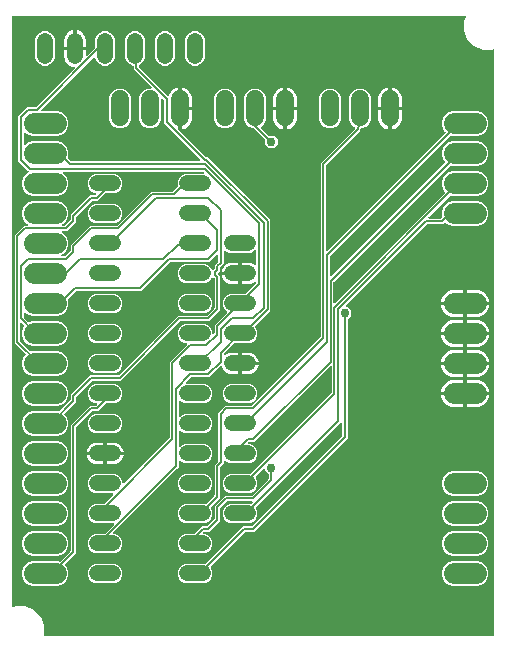
<source format=gbr>
G04 EAGLE Gerber RS-274X export*
G75*
%MOMM*%
%FSLAX34Y34*%
%LPD*%
%INBottom Copper*%
%IPPOS*%
%AMOC8*
5,1,8,0,0,1.08239X$1,22.5*%
G01*
%ADD10C,1.524000*%
%ADD11C,1.320800*%
%ADD12C,1.800000*%
%ADD13C,0.152400*%
%ADD14C,0.756400*%

G36*
X582698Y111764D02*
X582698Y111764D01*
X582717Y111762D01*
X582819Y111784D01*
X582921Y111800D01*
X582938Y111810D01*
X582958Y111814D01*
X583047Y111867D01*
X583138Y111916D01*
X583152Y111930D01*
X583169Y111940D01*
X583236Y112019D01*
X583308Y112094D01*
X583316Y112112D01*
X583329Y112127D01*
X583368Y112223D01*
X583411Y112317D01*
X583413Y112337D01*
X583421Y112355D01*
X583439Y112522D01*
X583439Y608004D01*
X583432Y608049D01*
X583434Y608095D01*
X583412Y608170D01*
X583400Y608247D01*
X583378Y608287D01*
X583365Y608332D01*
X583321Y608396D01*
X583284Y608464D01*
X583251Y608496D01*
X583225Y608534D01*
X583162Y608580D01*
X583106Y608634D01*
X583065Y608653D01*
X583028Y608680D01*
X582953Y608704D01*
X582883Y608737D01*
X582837Y608742D01*
X582794Y608756D01*
X582716Y608756D01*
X582639Y608764D01*
X582594Y608755D01*
X582548Y608754D01*
X582417Y608716D01*
X582398Y608712D01*
X582394Y608709D01*
X582387Y608707D01*
X581860Y608489D01*
X573840Y608489D01*
X566430Y611559D01*
X560759Y617230D01*
X557689Y624640D01*
X557689Y632660D01*
X559233Y636387D01*
X559243Y636431D01*
X559263Y636473D01*
X559271Y636550D01*
X559289Y636626D01*
X559285Y636672D01*
X559290Y636717D01*
X559273Y636794D01*
X559266Y636871D01*
X559247Y636913D01*
X559238Y636958D01*
X559198Y637025D01*
X559166Y637096D01*
X559135Y637130D01*
X559111Y637169D01*
X559052Y637220D01*
X559000Y637277D01*
X558959Y637299D01*
X558924Y637329D01*
X558852Y637358D01*
X558784Y637395D01*
X558739Y637404D01*
X558696Y637421D01*
X558560Y637436D01*
X558542Y637439D01*
X558537Y637438D01*
X558530Y637439D01*
X176022Y637439D01*
X176002Y637436D01*
X175983Y637438D01*
X175881Y637416D01*
X175779Y637400D01*
X175762Y637390D01*
X175742Y637386D01*
X175653Y637333D01*
X175562Y637284D01*
X175548Y637270D01*
X175531Y637260D01*
X175464Y637181D01*
X175392Y637106D01*
X175384Y637088D01*
X175371Y637073D01*
X175332Y636977D01*
X175289Y636883D01*
X175287Y636863D01*
X175279Y636845D01*
X175261Y636678D01*
X175261Y137242D01*
X175268Y137197D01*
X175266Y137151D01*
X175288Y137076D01*
X175300Y136999D01*
X175322Y136959D01*
X175335Y136914D01*
X175379Y136850D01*
X175416Y136782D01*
X175449Y136750D01*
X175475Y136712D01*
X175537Y136666D01*
X175594Y136612D01*
X175636Y136593D01*
X175672Y136566D01*
X175746Y136542D01*
X175817Y136509D01*
X175863Y136504D01*
X175906Y136489D01*
X175984Y136490D01*
X176061Y136482D01*
X176106Y136491D01*
X176152Y136492D01*
X176284Y136530D01*
X176302Y136534D01*
X176306Y136536D01*
X176313Y136539D01*
X178306Y137364D01*
X186326Y137364D01*
X193736Y134295D01*
X199408Y128623D01*
X202477Y121213D01*
X202477Y113193D01*
X202320Y112813D01*
X202309Y112769D01*
X202290Y112727D01*
X202281Y112650D01*
X202263Y112574D01*
X202268Y112528D01*
X202263Y112483D01*
X202279Y112406D01*
X202286Y112329D01*
X202305Y112287D01*
X202315Y112242D01*
X202355Y112175D01*
X202386Y112104D01*
X202418Y112070D01*
X202441Y112031D01*
X202500Y111980D01*
X202553Y111923D01*
X202593Y111901D01*
X202628Y111871D01*
X202700Y111842D01*
X202768Y111805D01*
X202813Y111796D01*
X202856Y111779D01*
X202992Y111764D01*
X203010Y111761D01*
X203015Y111762D01*
X203023Y111761D01*
X582678Y111761D01*
X582698Y111764D01*
G37*
%LPC*%
G36*
X245779Y182371D02*
X245779Y182371D01*
X242791Y183609D01*
X240505Y185895D01*
X239267Y188883D01*
X239267Y192117D01*
X240505Y195105D01*
X242791Y197391D01*
X245779Y198629D01*
X252992Y198629D01*
X253082Y198643D01*
X253173Y198651D01*
X253202Y198663D01*
X253234Y198668D01*
X253315Y198711D01*
X253399Y198747D01*
X253431Y198773D01*
X253452Y198784D01*
X253474Y198807D01*
X253530Y198852D01*
X261150Y206472D01*
X261192Y206530D01*
X261241Y206582D01*
X261263Y206629D01*
X261293Y206671D01*
X261314Y206740D01*
X261345Y206805D01*
X261350Y206857D01*
X261366Y206907D01*
X261364Y206978D01*
X261372Y207049D01*
X261361Y207100D01*
X261359Y207152D01*
X261335Y207220D01*
X261320Y207290D01*
X261293Y207334D01*
X261275Y207383D01*
X261230Y207439D01*
X261193Y207501D01*
X261154Y207535D01*
X261121Y207575D01*
X261061Y207614D01*
X261006Y207661D01*
X260958Y207680D01*
X260914Y207708D01*
X260845Y207726D01*
X260778Y207753D01*
X260707Y207761D01*
X260676Y207769D01*
X260652Y207767D01*
X260612Y207771D01*
X245779Y207771D01*
X242791Y209009D01*
X240505Y211295D01*
X239267Y214283D01*
X239267Y217517D01*
X240505Y220505D01*
X242791Y222791D01*
X245779Y224029D01*
X252484Y224029D01*
X252574Y224043D01*
X252665Y224051D01*
X252694Y224063D01*
X252726Y224068D01*
X252807Y224111D01*
X252891Y224147D01*
X252923Y224173D01*
X252944Y224184D01*
X252966Y224207D01*
X253022Y224252D01*
X260642Y231872D01*
X260684Y231930D01*
X260733Y231982D01*
X260755Y232029D01*
X260785Y232071D01*
X260806Y232140D01*
X260837Y232205D01*
X260842Y232257D01*
X260858Y232307D01*
X260856Y232378D01*
X260864Y232449D01*
X260853Y232500D01*
X260851Y232552D01*
X260827Y232620D01*
X260812Y232690D01*
X260785Y232734D01*
X260767Y232783D01*
X260722Y232839D01*
X260685Y232901D01*
X260646Y232935D01*
X260613Y232975D01*
X260553Y233014D01*
X260498Y233061D01*
X260450Y233080D01*
X260406Y233108D01*
X260337Y233126D01*
X260270Y233153D01*
X260199Y233161D01*
X260168Y233169D01*
X260144Y233167D01*
X260104Y233171D01*
X245779Y233171D01*
X242791Y234409D01*
X240505Y236695D01*
X239267Y239683D01*
X239267Y242917D01*
X240505Y245905D01*
X242791Y248191D01*
X245779Y249429D01*
X262221Y249429D01*
X265209Y248191D01*
X267495Y245905D01*
X268733Y242917D01*
X268733Y241800D01*
X268744Y241730D01*
X268746Y241658D01*
X268764Y241609D01*
X268772Y241558D01*
X268806Y241494D01*
X268831Y241427D01*
X268863Y241386D01*
X268888Y241340D01*
X268940Y241291D01*
X268984Y241235D01*
X269028Y241207D01*
X269066Y241171D01*
X269131Y241141D01*
X269191Y241102D01*
X269242Y241089D01*
X269289Y241067D01*
X269360Y241059D01*
X269430Y241042D01*
X269482Y241046D01*
X269533Y241040D01*
X269604Y241055D01*
X269675Y241061D01*
X269723Y241081D01*
X269774Y241092D01*
X269835Y241129D01*
X269901Y241157D01*
X269957Y241202D01*
X269985Y241219D01*
X270000Y241236D01*
X270032Y241262D01*
X308386Y279616D01*
X308439Y279690D01*
X308499Y279760D01*
X308511Y279790D01*
X308530Y279816D01*
X308557Y279903D01*
X308591Y279988D01*
X308595Y280029D01*
X308602Y280051D01*
X308601Y280083D01*
X308609Y280155D01*
X308609Y343847D01*
X323625Y358863D01*
X323633Y358871D01*
X323675Y358929D01*
X323725Y358982D01*
X323747Y359028D01*
X323777Y359070D01*
X323798Y359139D01*
X323829Y359205D01*
X323834Y359256D01*
X323850Y359305D01*
X323848Y359377D01*
X323856Y359449D01*
X323845Y359500D01*
X323844Y359551D01*
X323819Y359619D01*
X323804Y359690D01*
X323777Y359734D01*
X323760Y359782D01*
X323714Y359839D01*
X323677Y359901D01*
X323638Y359934D01*
X323606Y359974D01*
X323545Y360014D01*
X323490Y360061D01*
X323443Y360080D01*
X323400Y360108D01*
X323330Y360126D01*
X323262Y360153D01*
X323192Y360161D01*
X323161Y360168D01*
X323138Y360167D01*
X323096Y360171D01*
X321979Y360171D01*
X318991Y361409D01*
X316705Y363695D01*
X315467Y366683D01*
X315467Y369917D01*
X316705Y372905D01*
X318991Y375191D01*
X321979Y376429D01*
X338421Y376429D01*
X341409Y375191D01*
X343695Y372905D01*
X344933Y369917D01*
X344933Y368292D01*
X344935Y368277D01*
X344934Y368262D01*
X344945Y368213D01*
X344946Y368150D01*
X344964Y368101D01*
X344972Y368050D01*
X344985Y368026D01*
X344986Y368022D01*
X344995Y368007D01*
X345006Y367986D01*
X345031Y367919D01*
X345063Y367878D01*
X345088Y367832D01*
X345139Y367783D01*
X345184Y367727D01*
X345228Y367699D01*
X345266Y367663D01*
X345331Y367633D01*
X345391Y367594D01*
X345442Y367581D01*
X345489Y367559D01*
X345560Y367551D01*
X345630Y367534D01*
X345682Y367538D01*
X345733Y367532D01*
X345804Y367547D01*
X345875Y367553D01*
X345923Y367573D01*
X345974Y367584D01*
X346035Y367621D01*
X346101Y367649D01*
X346150Y367688D01*
X346164Y367696D01*
X346169Y367701D01*
X346185Y367711D01*
X346200Y367728D01*
X346232Y367754D01*
X346486Y368008D01*
X346539Y368082D01*
X346599Y368152D01*
X346611Y368182D01*
X346630Y368208D01*
X346657Y368295D01*
X346691Y368380D01*
X346695Y368421D01*
X346702Y368443D01*
X346701Y368475D01*
X346709Y368547D01*
X346709Y375851D01*
X356841Y385983D01*
X356853Y385999D01*
X356868Y386011D01*
X356924Y386099D01*
X356984Y386183D01*
X356990Y386202D01*
X357001Y386218D01*
X357026Y386319D01*
X357057Y386418D01*
X357056Y386438D01*
X357061Y386457D01*
X357053Y386560D01*
X357050Y386663D01*
X357044Y386682D01*
X357042Y386702D01*
X357002Y386797D01*
X356966Y386895D01*
X356953Y386910D01*
X356946Y386928D01*
X356841Y387059D01*
X354805Y389095D01*
X353567Y392083D01*
X353567Y395317D01*
X354805Y398305D01*
X357091Y400591D01*
X360079Y401829D01*
X372371Y401829D01*
X372462Y401843D01*
X372552Y401851D01*
X372582Y401863D01*
X372614Y401868D01*
X372695Y401911D01*
X372779Y401947D01*
X372811Y401973D01*
X372832Y401984D01*
X372854Y402007D01*
X372910Y402052D01*
X381538Y410680D01*
X381591Y410754D01*
X381651Y410824D01*
X381663Y410854D01*
X381682Y410880D01*
X381709Y410967D01*
X381743Y411052D01*
X381747Y411093D01*
X381754Y411115D01*
X381753Y411147D01*
X381761Y411219D01*
X381761Y411259D01*
X381748Y411338D01*
X381748Y411361D01*
X381742Y411377D01*
X381723Y411496D01*
X381722Y411499D01*
X381722Y411502D01*
X381666Y411607D01*
X381610Y411715D01*
X381608Y411717D01*
X381606Y411720D01*
X381520Y411801D01*
X381433Y411885D01*
X381430Y411887D01*
X381428Y411889D01*
X381320Y411939D01*
X381211Y411991D01*
X381208Y411991D01*
X381205Y411993D01*
X381087Y412006D01*
X380967Y412020D01*
X380964Y412019D01*
X380961Y412020D01*
X380844Y411994D01*
X380726Y411970D01*
X380723Y411968D01*
X380720Y411967D01*
X380711Y411962D01*
X380577Y411892D01*
X379236Y410996D01*
X377571Y410307D01*
X375805Y409955D01*
X369823Y409955D01*
X369823Y418338D01*
X369820Y418358D01*
X369822Y418377D01*
X369800Y418479D01*
X369783Y418581D01*
X369774Y418598D01*
X369770Y418618D01*
X369717Y418707D01*
X369668Y418798D01*
X369654Y418812D01*
X369644Y418829D01*
X369565Y418896D01*
X369490Y418967D01*
X369472Y418976D01*
X369457Y418989D01*
X369361Y419027D01*
X369267Y419071D01*
X369247Y419073D01*
X369229Y419081D01*
X369062Y419099D01*
X368299Y419099D01*
X368299Y419101D01*
X369062Y419101D01*
X369082Y419104D01*
X369101Y419102D01*
X369203Y419124D01*
X369305Y419141D01*
X369322Y419150D01*
X369342Y419154D01*
X369431Y419207D01*
X369522Y419256D01*
X369536Y419270D01*
X369553Y419280D01*
X369620Y419359D01*
X369691Y419434D01*
X369700Y419452D01*
X369713Y419467D01*
X369752Y419563D01*
X369795Y419657D01*
X369797Y419677D01*
X369805Y419695D01*
X369823Y419862D01*
X369823Y428245D01*
X375805Y428245D01*
X377571Y427893D01*
X379236Y427204D01*
X380577Y426308D01*
X380686Y426258D01*
X380795Y426207D01*
X380798Y426207D01*
X380801Y426206D01*
X380921Y426193D01*
X381039Y426180D01*
X381043Y426181D01*
X381046Y426181D01*
X381162Y426207D01*
X381280Y426233D01*
X381283Y426234D01*
X381286Y426235D01*
X381388Y426297D01*
X381491Y426359D01*
X381493Y426361D01*
X381496Y426363D01*
X381573Y426455D01*
X381651Y426546D01*
X381652Y426549D01*
X381654Y426551D01*
X381698Y426662D01*
X381743Y426774D01*
X381743Y426778D01*
X381744Y426780D01*
X381745Y426791D01*
X381761Y426941D01*
X381761Y438024D01*
X381750Y438094D01*
X381748Y438166D01*
X381730Y438215D01*
X381722Y438266D01*
X381688Y438330D01*
X381663Y438397D01*
X381631Y438438D01*
X381606Y438484D01*
X381554Y438533D01*
X381510Y438589D01*
X381466Y438617D01*
X381428Y438653D01*
X381363Y438683D01*
X381303Y438722D01*
X381252Y438735D01*
X381205Y438757D01*
X381134Y438765D01*
X381064Y438782D01*
X381012Y438778D01*
X380961Y438784D01*
X380890Y438769D01*
X380819Y438763D01*
X380771Y438743D01*
X380720Y438732D01*
X380659Y438695D01*
X380593Y438667D01*
X380537Y438622D01*
X380509Y438605D01*
X380494Y438588D01*
X380462Y438562D01*
X379509Y437609D01*
X376521Y436371D01*
X360079Y436371D01*
X357091Y437609D01*
X355630Y439070D01*
X355572Y439112D01*
X355520Y439161D01*
X355473Y439183D01*
X355431Y439214D01*
X355362Y439235D01*
X355297Y439265D01*
X355245Y439271D01*
X355195Y439286D01*
X355124Y439284D01*
X355053Y439292D01*
X355002Y439281D01*
X354950Y439280D01*
X354882Y439255D01*
X354812Y439240D01*
X354767Y439213D01*
X354719Y439195D01*
X354663Y439150D01*
X354601Y439113D01*
X354567Y439074D01*
X354527Y439041D01*
X354488Y438981D01*
X354441Y438927D01*
X354422Y438878D01*
X354394Y438834D01*
X354376Y438765D01*
X354349Y438698D01*
X354341Y438627D01*
X354333Y438596D01*
X354335Y438573D01*
X354331Y438532D01*
X354331Y427297D01*
X351506Y424472D01*
X351453Y424398D01*
X351393Y424328D01*
X351381Y424298D01*
X351362Y424272D01*
X351335Y424185D01*
X351301Y424100D01*
X351297Y424059D01*
X351290Y424037D01*
X351291Y424005D01*
X351283Y423933D01*
X351283Y421352D01*
X351291Y421304D01*
X351289Y421255D01*
X351300Y421218D01*
X349982Y419900D01*
X349929Y419826D01*
X349869Y419756D01*
X349857Y419726D01*
X349838Y419700D01*
X349811Y419613D01*
X349777Y419528D01*
X349773Y419487D01*
X349766Y419465D01*
X349767Y419433D01*
X349759Y419361D01*
X349759Y418839D01*
X349773Y418748D01*
X349781Y418658D01*
X349793Y418628D01*
X349798Y418596D01*
X349841Y418515D01*
X349877Y418431D01*
X349903Y418399D01*
X349914Y418378D01*
X349937Y418356D01*
X349982Y418300D01*
X351298Y416984D01*
X351287Y416890D01*
X351283Y416866D01*
X351284Y416857D01*
X351283Y416848D01*
X351283Y387673D01*
X342323Y378713D01*
X318255Y378713D01*
X318164Y378699D01*
X318074Y378691D01*
X318044Y378679D01*
X318012Y378674D01*
X317931Y378631D01*
X317847Y378595D01*
X317815Y378569D01*
X317794Y378558D01*
X317772Y378535D01*
X317716Y378490D01*
X267647Y328421D01*
X243579Y328421D01*
X243488Y328407D01*
X243398Y328399D01*
X243368Y328387D01*
X243336Y328382D01*
X243255Y328339D01*
X243171Y328303D01*
X243139Y328277D01*
X243118Y328266D01*
X243096Y328243D01*
X243040Y328198D01*
X229586Y314744D01*
X229533Y314670D01*
X229473Y314600D01*
X229461Y314570D01*
X229442Y314544D01*
X229415Y314457D01*
X229381Y314372D01*
X229377Y314331D01*
X229370Y314309D01*
X229371Y314277D01*
X229363Y314205D01*
X229363Y309949D01*
X219837Y300423D01*
X219826Y300407D01*
X219810Y300395D01*
X219754Y300307D01*
X219694Y300224D01*
X219688Y300205D01*
X219677Y300188D01*
X219652Y300087D01*
X219621Y299989D01*
X219622Y299969D01*
X219617Y299949D01*
X219625Y299846D01*
X219628Y299743D01*
X219635Y299724D01*
X219636Y299704D01*
X219677Y299609D01*
X219712Y299512D01*
X219725Y299496D01*
X219733Y299478D01*
X219837Y299347D01*
X221122Y298062D01*
X222725Y294193D01*
X222725Y290007D01*
X221122Y286138D01*
X218162Y283178D01*
X214293Y281575D01*
X192107Y281575D01*
X188238Y283178D01*
X185278Y286138D01*
X183675Y290007D01*
X183675Y294193D01*
X185278Y298062D01*
X188238Y301022D01*
X192107Y302625D01*
X214294Y302625D01*
X214727Y302445D01*
X214840Y302419D01*
X214954Y302390D01*
X214960Y302391D01*
X214966Y302389D01*
X215083Y302400D01*
X215199Y302409D01*
X215205Y302412D01*
X215211Y302412D01*
X215319Y302460D01*
X215425Y302505D01*
X215431Y302510D01*
X215436Y302512D01*
X215450Y302525D01*
X215556Y302610D01*
X224566Y311620D01*
X224619Y311694D01*
X224679Y311764D01*
X224691Y311794D01*
X224710Y311820D01*
X224737Y311907D01*
X224771Y311992D01*
X224775Y312033D01*
X224782Y312055D01*
X224781Y312087D01*
X224789Y312159D01*
X224789Y316415D01*
X241369Y332995D01*
X265437Y332995D01*
X265528Y333009D01*
X265618Y333017D01*
X265648Y333029D01*
X265680Y333034D01*
X265761Y333077D01*
X265845Y333113D01*
X265877Y333139D01*
X265898Y333150D01*
X265920Y333173D01*
X265976Y333218D01*
X316045Y383287D01*
X340113Y383287D01*
X340204Y383301D01*
X340294Y383309D01*
X340324Y383321D01*
X340356Y383326D01*
X340437Y383369D01*
X340521Y383405D01*
X340553Y383431D01*
X340574Y383442D01*
X340596Y383465D01*
X340652Y383510D01*
X346486Y389344D01*
X346539Y389418D01*
X346599Y389488D01*
X346611Y389518D01*
X346630Y389544D01*
X346657Y389631D01*
X346691Y389716D01*
X346695Y389757D01*
X346702Y389779D01*
X346701Y389811D01*
X346709Y389883D01*
X346709Y414789D01*
X346695Y414879D01*
X346687Y414970D01*
X346675Y415000D01*
X346670Y415032D01*
X346627Y415113D01*
X346591Y415197D01*
X346565Y415229D01*
X346554Y415250D01*
X346531Y415272D01*
X346486Y415328D01*
X345562Y416252D01*
X345525Y416279D01*
X345494Y416313D01*
X345426Y416350D01*
X345362Y416396D01*
X345319Y416409D01*
X345278Y416431D01*
X345202Y416445D01*
X345127Y416468D01*
X345081Y416467D01*
X345036Y416475D01*
X344959Y416464D01*
X344881Y416462D01*
X344838Y416446D01*
X344793Y416439D01*
X344724Y416404D01*
X344650Y416377D01*
X344615Y416348D01*
X344574Y416328D01*
X344519Y416272D01*
X344458Y416223D01*
X344434Y416185D01*
X344401Y416152D01*
X344335Y416032D01*
X344325Y416016D01*
X344324Y416012D01*
X344320Y416005D01*
X343695Y414495D01*
X341409Y412209D01*
X338421Y410971D01*
X321979Y410971D01*
X318991Y412209D01*
X316705Y414495D01*
X315467Y417483D01*
X315467Y420717D01*
X316705Y423705D01*
X318991Y425991D01*
X321979Y427229D01*
X338421Y427229D01*
X341409Y425991D01*
X343695Y423705D01*
X344320Y422195D01*
X344345Y422156D01*
X344360Y422113D01*
X344409Y422052D01*
X344450Y421986D01*
X344486Y421957D01*
X344514Y421921D01*
X344580Y421879D01*
X344640Y421829D01*
X344682Y421813D01*
X344721Y421788D01*
X344797Y421769D01*
X344869Y421741D01*
X344915Y421739D01*
X344960Y421728D01*
X345037Y421734D01*
X345115Y421730D01*
X345159Y421743D01*
X345205Y421747D01*
X345276Y421777D01*
X345351Y421799D01*
X345389Y421825D01*
X345431Y421843D01*
X345538Y421929D01*
X345553Y421939D01*
X345556Y421943D01*
X345562Y421948D01*
X346486Y422872D01*
X346539Y422946D01*
X346599Y423016D01*
X346611Y423046D01*
X346630Y423072D01*
X346657Y423159D01*
X346691Y423244D01*
X346695Y423285D01*
X346702Y423307D01*
X346701Y423339D01*
X346709Y423411D01*
X346709Y426143D01*
X349534Y428968D01*
X349587Y429042D01*
X349647Y429112D01*
X349659Y429142D01*
X349678Y429168D01*
X349705Y429255D01*
X349739Y429340D01*
X349743Y429381D01*
X349750Y429403D01*
X349749Y429435D01*
X349757Y429507D01*
X349757Y434602D01*
X349746Y434672D01*
X349744Y434744D01*
X349726Y434793D01*
X349718Y434844D01*
X349684Y434908D01*
X349659Y434975D01*
X349627Y435016D01*
X349602Y435062D01*
X349550Y435111D01*
X349506Y435167D01*
X349462Y435195D01*
X349424Y435231D01*
X349359Y435261D01*
X349299Y435300D01*
X349248Y435313D01*
X349201Y435335D01*
X349130Y435343D01*
X349060Y435360D01*
X349008Y435356D01*
X348957Y435362D01*
X348886Y435347D01*
X348815Y435341D01*
X348767Y435321D01*
X348716Y435310D01*
X348655Y435273D01*
X348589Y435245D01*
X348533Y435200D01*
X348505Y435183D01*
X348490Y435166D01*
X348458Y435140D01*
X343886Y430568D01*
X342323Y429005D01*
X309111Y429005D01*
X309020Y428991D01*
X308930Y428983D01*
X308900Y428971D01*
X308868Y428966D01*
X308787Y428923D01*
X308703Y428887D01*
X308671Y428861D01*
X308650Y428850D01*
X308628Y428827D01*
X308572Y428782D01*
X284411Y404621D01*
X229863Y404621D01*
X229772Y404607D01*
X229682Y404599D01*
X229652Y404587D01*
X229620Y404582D01*
X229539Y404539D01*
X229455Y404503D01*
X229423Y404477D01*
X229402Y404466D01*
X229380Y404443D01*
X229324Y404398D01*
X222497Y397571D01*
X222429Y397476D01*
X222359Y397382D01*
X222357Y397377D01*
X222354Y397371D01*
X222319Y397260D01*
X222283Y397149D01*
X222283Y397142D01*
X222281Y397136D01*
X222284Y397020D01*
X222285Y396903D01*
X222287Y396895D01*
X222288Y396890D01*
X222294Y396873D01*
X222332Y396742D01*
X222725Y395793D01*
X222725Y391607D01*
X221122Y387738D01*
X218162Y384778D01*
X214293Y383175D01*
X192107Y383175D01*
X188238Y384778D01*
X186466Y386550D01*
X186408Y386591D01*
X186356Y386641D01*
X186309Y386663D01*
X186267Y386693D01*
X186198Y386714D01*
X186133Y386744D01*
X186081Y386750D01*
X186031Y386765D01*
X185960Y386764D01*
X185889Y386771D01*
X185838Y386760D01*
X185786Y386759D01*
X185718Y386734D01*
X185648Y386719D01*
X185603Y386692D01*
X185555Y386675D01*
X185499Y386630D01*
X185437Y386593D01*
X185403Y386553D01*
X185363Y386521D01*
X185324Y386461D01*
X185277Y386406D01*
X185258Y386358D01*
X185230Y386314D01*
X185212Y386245D01*
X185185Y386178D01*
X185177Y386107D01*
X185169Y386075D01*
X185171Y386052D01*
X185167Y386011D01*
X185167Y382263D01*
X185181Y382172D01*
X185189Y382082D01*
X185201Y382052D01*
X185206Y382020D01*
X185249Y381939D01*
X185285Y381855D01*
X185311Y381823D01*
X185322Y381802D01*
X185345Y381780D01*
X185390Y381724D01*
X189048Y378066D01*
X189142Y377998D01*
X189236Y377928D01*
X189242Y377926D01*
X189247Y377923D01*
X189358Y377889D01*
X189470Y377852D01*
X189476Y377852D01*
X189482Y377850D01*
X189599Y377853D01*
X189716Y377855D01*
X189723Y377857D01*
X189728Y377857D01*
X189746Y377863D01*
X189877Y377901D01*
X192107Y378825D01*
X214293Y378825D01*
X218162Y377222D01*
X221122Y374262D01*
X222725Y370393D01*
X222725Y366207D01*
X221122Y362338D01*
X218162Y359378D01*
X214293Y357775D01*
X192107Y357775D01*
X188238Y359378D01*
X185278Y362338D01*
X183675Y366207D01*
X183675Y370393D01*
X185278Y374262D01*
X185293Y374277D01*
X185304Y374293D01*
X185320Y374305D01*
X185376Y374393D01*
X185436Y374477D01*
X185442Y374496D01*
X185453Y374512D01*
X185478Y374613D01*
X185509Y374712D01*
X185508Y374732D01*
X185513Y374751D01*
X185505Y374854D01*
X185502Y374957D01*
X185495Y374976D01*
X185494Y374996D01*
X185453Y375091D01*
X185418Y375188D01*
X185405Y375204D01*
X185397Y375222D01*
X185293Y375353D01*
X183418Y377228D01*
X183360Y377270D01*
X183308Y377319D01*
X183261Y377341D01*
X183219Y377371D01*
X183150Y377392D01*
X183085Y377423D01*
X183033Y377428D01*
X182983Y377444D01*
X182912Y377442D01*
X182841Y377450D01*
X182790Y377439D01*
X182738Y377437D01*
X182670Y377413D01*
X182600Y377398D01*
X182555Y377371D01*
X182507Y377353D01*
X182451Y377308D01*
X182389Y377271D01*
X182355Y377232D01*
X182315Y377199D01*
X182276Y377139D01*
X182229Y377084D01*
X182210Y377036D01*
X182182Y376992D01*
X182164Y376923D01*
X182148Y376884D01*
X182147Y376881D01*
X182147Y376880D01*
X182137Y376856D01*
X182129Y376785D01*
X182121Y376754D01*
X182123Y376730D01*
X182119Y376690D01*
X182119Y362451D01*
X182133Y362360D01*
X182141Y362270D01*
X182153Y362240D01*
X182158Y362208D01*
X182201Y362127D01*
X182237Y362043D01*
X182263Y362011D01*
X182274Y361990D01*
X182297Y361968D01*
X182342Y361912D01*
X190844Y353410D01*
X190938Y353342D01*
X191032Y353272D01*
X191038Y353270D01*
X191043Y353267D01*
X191155Y353232D01*
X191266Y353196D01*
X191272Y353196D01*
X191278Y353194D01*
X191395Y353197D01*
X191512Y353199D01*
X191519Y353201D01*
X191524Y353201D01*
X191542Y353207D01*
X191673Y353245D01*
X192106Y353425D01*
X214293Y353425D01*
X218162Y351822D01*
X221122Y348862D01*
X222725Y344993D01*
X222725Y340807D01*
X221122Y336938D01*
X218162Y333978D01*
X214293Y332375D01*
X192107Y332375D01*
X188238Y333978D01*
X185278Y336938D01*
X183675Y340807D01*
X183675Y344993D01*
X185278Y348862D01*
X186563Y350147D01*
X186574Y350163D01*
X186590Y350176D01*
X186646Y350263D01*
X186706Y350347D01*
X186712Y350366D01*
X186723Y350382D01*
X186748Y350483D01*
X186779Y350582D01*
X186778Y350602D01*
X186783Y350621D01*
X186775Y350724D01*
X186772Y350828D01*
X186765Y350846D01*
X186764Y350866D01*
X186723Y350961D01*
X186688Y351059D01*
X186675Y351074D01*
X186667Y351092D01*
X186563Y351223D01*
X177545Y360241D01*
X177545Y452051D01*
X184981Y459487D01*
X188010Y459487D01*
X188106Y459502D01*
X188204Y459512D01*
X188227Y459522D01*
X188253Y459526D01*
X188339Y459572D01*
X188428Y459612D01*
X188447Y459629D01*
X188471Y459642D01*
X188538Y459712D01*
X188609Y459778D01*
X188622Y459801D01*
X188640Y459820D01*
X188681Y459908D01*
X188728Y459994D01*
X188733Y460019D01*
X188744Y460043D01*
X188754Y460140D01*
X188772Y460236D01*
X188768Y460262D01*
X188771Y460287D01*
X188750Y460383D01*
X188736Y460479D01*
X188724Y460502D01*
X188718Y460528D01*
X188668Y460611D01*
X188624Y460698D01*
X188606Y460717D01*
X188592Y460739D01*
X188518Y460802D01*
X188449Y460870D01*
X188420Y460886D01*
X188405Y460899D01*
X188375Y460911D01*
X188302Y460951D01*
X188238Y460978D01*
X185278Y463938D01*
X183675Y467807D01*
X183675Y471993D01*
X185278Y475862D01*
X188238Y478822D01*
X192107Y480425D01*
X214293Y480425D01*
X218162Y478822D01*
X221122Y475862D01*
X222725Y471993D01*
X222725Y467807D01*
X221122Y463938D01*
X218162Y460978D01*
X218098Y460951D01*
X218015Y460900D01*
X217929Y460854D01*
X217912Y460836D01*
X217889Y460822D01*
X217827Y460747D01*
X217760Y460676D01*
X217749Y460652D01*
X217732Y460632D01*
X217698Y460541D01*
X217656Y460453D01*
X217654Y460427D01*
X217644Y460403D01*
X217640Y460305D01*
X217629Y460209D01*
X217635Y460183D01*
X217634Y460157D01*
X217661Y460063D01*
X217682Y459968D01*
X217695Y459946D01*
X217702Y459921D01*
X217758Y459841D01*
X217808Y459757D01*
X217828Y459740D01*
X217843Y459719D01*
X217921Y459661D01*
X217995Y459597D01*
X218019Y459587D01*
X218040Y459572D01*
X218132Y459542D01*
X218223Y459505D01*
X218255Y459502D01*
X218274Y459496D01*
X218307Y459496D01*
X218390Y459487D01*
X219718Y459487D01*
X219808Y459501D01*
X219899Y459509D01*
X219928Y459521D01*
X219960Y459526D01*
X220041Y459569D01*
X220125Y459605D01*
X220157Y459631D01*
X220178Y459642D01*
X220200Y459665D01*
X220256Y459710D01*
X224566Y464020D01*
X224619Y464094D01*
X224679Y464164D01*
X224691Y464194D01*
X224710Y464220D01*
X224737Y464307D01*
X224771Y464392D01*
X224775Y464433D01*
X224782Y464455D01*
X224781Y464487D01*
X224789Y464559D01*
X224789Y468815D01*
X241369Y485395D01*
X245625Y485395D01*
X245715Y485409D01*
X245806Y485417D01*
X245836Y485429D01*
X245868Y485434D01*
X245949Y485477D01*
X246033Y485513D01*
X246065Y485539D01*
X246086Y485550D01*
X246108Y485573D01*
X246164Y485618D01*
X246418Y485872D01*
X246460Y485930D01*
X246509Y485982D01*
X246531Y486029D01*
X246561Y486071D01*
X246582Y486140D01*
X246613Y486205D01*
X246618Y486257D01*
X246634Y486307D01*
X246632Y486378D01*
X246640Y486449D01*
X246629Y486500D01*
X246627Y486552D01*
X246603Y486620D01*
X246588Y486690D01*
X246561Y486735D01*
X246543Y486783D01*
X246498Y486839D01*
X246461Y486901D01*
X246422Y486935D01*
X246389Y486975D01*
X246329Y487014D01*
X246274Y487061D01*
X246226Y487080D01*
X246182Y487108D01*
X246113Y487126D01*
X246046Y487153D01*
X245975Y487161D01*
X245944Y487169D01*
X245920Y487167D01*
X245880Y487171D01*
X245779Y487171D01*
X242791Y488409D01*
X240505Y490695D01*
X239267Y493683D01*
X239267Y496917D01*
X240505Y499905D01*
X242791Y502191D01*
X245779Y503429D01*
X262221Y503429D01*
X265209Y502191D01*
X267495Y499905D01*
X268733Y496917D01*
X268733Y493683D01*
X267495Y490695D01*
X265209Y488409D01*
X262221Y487171D01*
X254501Y487171D01*
X254410Y487157D01*
X254320Y487149D01*
X254290Y487137D01*
X254258Y487132D01*
X254177Y487089D01*
X254093Y487053D01*
X254061Y487027D01*
X254040Y487016D01*
X254018Y486993D01*
X253962Y486948D01*
X247835Y480821D01*
X243579Y480821D01*
X243488Y480807D01*
X243398Y480799D01*
X243368Y480787D01*
X243336Y480782D01*
X243255Y480739D01*
X243171Y480703D01*
X243139Y480677D01*
X243118Y480666D01*
X243096Y480643D01*
X243040Y480598D01*
X229586Y467144D01*
X229533Y467070D01*
X229473Y467000D01*
X229461Y466970D01*
X229442Y466944D01*
X229415Y466857D01*
X229381Y466772D01*
X229377Y466731D01*
X229370Y466709D01*
X229371Y466677D01*
X229363Y466605D01*
X229363Y462349D01*
X223490Y456476D01*
X221927Y454913D01*
X218390Y454913D01*
X218294Y454898D01*
X218196Y454888D01*
X218173Y454878D01*
X218147Y454874D01*
X218061Y454828D01*
X217972Y454788D01*
X217953Y454771D01*
X217929Y454758D01*
X217862Y454688D01*
X217791Y454622D01*
X217778Y454599D01*
X217760Y454580D01*
X217719Y454492D01*
X217672Y454406D01*
X217667Y454381D01*
X217656Y454357D01*
X217646Y454260D01*
X217628Y454164D01*
X217632Y454138D01*
X217629Y454113D01*
X217650Y454017D01*
X217664Y453921D01*
X217676Y453898D01*
X217682Y453872D01*
X217732Y453789D01*
X217776Y453702D01*
X217794Y453683D01*
X217808Y453661D01*
X217882Y453598D01*
X217951Y453530D01*
X217980Y453514D01*
X217995Y453501D01*
X218025Y453489D01*
X218098Y453449D01*
X218162Y453422D01*
X221122Y450462D01*
X222725Y446593D01*
X222725Y442407D01*
X221122Y438538D01*
X218162Y435578D01*
X216872Y435043D01*
X216789Y434992D01*
X216703Y434946D01*
X216685Y434928D01*
X216663Y434914D01*
X216601Y434838D01*
X216534Y434768D01*
X216523Y434744D01*
X216506Y434724D01*
X216471Y434633D01*
X216430Y434545D01*
X216427Y434519D01*
X216418Y434495D01*
X216414Y434397D01*
X216403Y434301D01*
X216409Y434275D01*
X216407Y434249D01*
X216435Y434155D01*
X216455Y434060D01*
X216469Y434038D01*
X216476Y434013D01*
X216531Y433933D01*
X216581Y433849D01*
X216601Y433832D01*
X216616Y433811D01*
X216694Y433752D01*
X216768Y433689D01*
X216793Y433679D01*
X216814Y433664D01*
X216906Y433634D01*
X216996Y433597D01*
X217029Y433594D01*
X217047Y433588D01*
X217080Y433588D01*
X217163Y433579D01*
X219717Y433579D01*
X219808Y433593D01*
X219898Y433601D01*
X219928Y433613D01*
X219960Y433618D01*
X220041Y433661D01*
X220125Y433697D01*
X220157Y433723D01*
X220178Y433734D01*
X220200Y433757D01*
X220256Y433802D01*
X224566Y438112D01*
X224619Y438186D01*
X224679Y438256D01*
X224691Y438286D01*
X224710Y438312D01*
X224737Y438399D01*
X224771Y438484D01*
X224775Y438525D01*
X224782Y438547D01*
X224781Y438579D01*
X224789Y438651D01*
X224789Y442907D01*
X241369Y459487D01*
X263913Y459487D01*
X264004Y459501D01*
X264094Y459509D01*
X264124Y459521D01*
X264156Y459526D01*
X264237Y459569D01*
X264321Y459605D01*
X264353Y459631D01*
X264374Y459642D01*
X264396Y459665D01*
X264452Y459710D01*
X293185Y488443D01*
X311157Y488443D01*
X311248Y488457D01*
X311338Y488465D01*
X311368Y488477D01*
X311400Y488482D01*
X311481Y488525D01*
X311565Y488561D01*
X311597Y488587D01*
X311618Y488598D01*
X311640Y488621D01*
X311696Y488666D01*
X315473Y492442D01*
X315541Y492537D01*
X315610Y492631D01*
X315612Y492637D01*
X315616Y492642D01*
X315650Y492754D01*
X315687Y492865D01*
X315687Y492871D01*
X315688Y492877D01*
X315685Y492994D01*
X315684Y493111D01*
X315682Y493118D01*
X315682Y493123D01*
X315676Y493141D01*
X315638Y493272D01*
X315467Y493683D01*
X315467Y496917D01*
X316705Y499905D01*
X318991Y502191D01*
X321979Y503429D01*
X337320Y503429D01*
X337390Y503440D01*
X337462Y503442D01*
X337511Y503460D01*
X337562Y503468D01*
X337626Y503502D01*
X337693Y503527D01*
X337734Y503559D01*
X337780Y503584D01*
X337829Y503635D01*
X337885Y503680D01*
X337913Y503724D01*
X337949Y503762D01*
X337979Y503827D01*
X338018Y503887D01*
X338031Y503938D01*
X338053Y503985D01*
X338061Y504056D01*
X338078Y504126D01*
X338074Y504178D01*
X338080Y504229D01*
X338065Y504300D01*
X338059Y504371D01*
X338039Y504419D01*
X338028Y504470D01*
X337991Y504531D01*
X337963Y504597D01*
X337918Y504653D01*
X337901Y504681D01*
X337884Y504696D01*
X337858Y504728D01*
X337604Y504982D01*
X337530Y505035D01*
X337460Y505095D01*
X337430Y505107D01*
X337404Y505126D01*
X337317Y505153D01*
X337232Y505187D01*
X337191Y505191D01*
X337169Y505198D01*
X337137Y505197D01*
X337065Y505205D01*
X219017Y505205D01*
X218946Y505194D01*
X218874Y505192D01*
X218825Y505174D01*
X218774Y505166D01*
X218711Y505132D01*
X218643Y505107D01*
X218603Y505075D01*
X218557Y505050D01*
X218507Y504998D01*
X218451Y504954D01*
X218423Y504910D01*
X218387Y504872D01*
X218357Y504807D01*
X218318Y504747D01*
X218306Y504696D01*
X218284Y504649D01*
X218276Y504578D01*
X218258Y504508D01*
X218262Y504456D01*
X218257Y504405D01*
X218272Y504334D01*
X218277Y504263D01*
X218298Y504215D01*
X218309Y504164D01*
X218346Y504103D01*
X218374Y504037D01*
X218418Y503981D01*
X218435Y503953D01*
X218453Y503938D01*
X218478Y503906D01*
X221122Y501262D01*
X222725Y497393D01*
X222725Y493207D01*
X221122Y489338D01*
X218162Y486378D01*
X214293Y484775D01*
X192107Y484775D01*
X188238Y486378D01*
X185278Y489338D01*
X183675Y493207D01*
X183675Y497393D01*
X185278Y501262D01*
X188238Y504222D01*
X188810Y504459D01*
X188849Y504483D01*
X188892Y504499D01*
X188953Y504548D01*
X189019Y504589D01*
X189048Y504624D01*
X189084Y504653D01*
X189126Y504718D01*
X189176Y504778D01*
X189193Y504821D01*
X189217Y504860D01*
X189236Y504935D01*
X189264Y505008D01*
X189266Y505054D01*
X189277Y505098D01*
X189271Y505176D01*
X189275Y505254D01*
X189262Y505298D01*
X189258Y505344D01*
X189228Y505415D01*
X189206Y505490D01*
X189180Y505528D01*
X189162Y505570D01*
X189077Y505677D01*
X189066Y505692D01*
X189062Y505695D01*
X189057Y505701D01*
X180593Y514165D01*
X180593Y552635D01*
X188029Y560071D01*
X195333Y560071D01*
X195424Y560085D01*
X195514Y560093D01*
X195544Y560105D01*
X195576Y560110D01*
X195657Y560153D01*
X195741Y560189D01*
X195773Y560215D01*
X195794Y560226D01*
X195816Y560249D01*
X195872Y560294D01*
X228135Y592557D01*
X228205Y592654D01*
X228276Y592751D01*
X228277Y592754D01*
X228279Y592757D01*
X228314Y592871D01*
X228350Y592986D01*
X228350Y592989D01*
X228351Y592992D01*
X228348Y593113D01*
X228346Y593232D01*
X228345Y593235D01*
X228345Y593238D01*
X228303Y593352D01*
X228263Y593463D01*
X228261Y593466D01*
X228260Y593469D01*
X228185Y593563D01*
X228111Y593657D01*
X228109Y593658D01*
X228107Y593661D01*
X228005Y593726D01*
X227905Y593791D01*
X227902Y593793D01*
X227900Y593794D01*
X227889Y593797D01*
X227745Y593842D01*
X225933Y594203D01*
X224268Y594892D01*
X222770Y595893D01*
X221497Y597166D01*
X220496Y598664D01*
X219807Y600329D01*
X219455Y602095D01*
X219455Y608077D01*
X227838Y608077D01*
X227858Y608080D01*
X227877Y608078D01*
X227979Y608100D01*
X228081Y608117D01*
X228098Y608126D01*
X228118Y608130D01*
X228207Y608183D01*
X228298Y608232D01*
X228312Y608246D01*
X228329Y608256D01*
X228396Y608335D01*
X228467Y608410D01*
X228476Y608428D01*
X228489Y608443D01*
X228527Y608539D01*
X228571Y608633D01*
X228573Y608653D01*
X228581Y608671D01*
X228599Y608838D01*
X228599Y609601D01*
X228601Y609601D01*
X228601Y608838D01*
X228603Y608826D01*
X228602Y608817D01*
X228603Y608811D01*
X228602Y608799D01*
X228624Y608697D01*
X228641Y608595D01*
X228650Y608578D01*
X228654Y608558D01*
X228707Y608469D01*
X228756Y608378D01*
X228770Y608364D01*
X228780Y608347D01*
X228859Y608280D01*
X228934Y608209D01*
X228952Y608200D01*
X228967Y608187D01*
X229063Y608148D01*
X229157Y608105D01*
X229177Y608103D01*
X229195Y608095D01*
X229362Y608077D01*
X237745Y608077D01*
X237745Y604004D01*
X237756Y603934D01*
X237758Y603862D01*
X237776Y603813D01*
X237784Y603762D01*
X237818Y603698D01*
X237843Y603631D01*
X237875Y603590D01*
X237900Y603544D01*
X237952Y603495D01*
X237996Y603439D01*
X238040Y603411D01*
X238078Y603375D01*
X238143Y603345D01*
X238203Y603306D01*
X238254Y603293D01*
X238301Y603271D01*
X238372Y603263D01*
X238442Y603246D01*
X238494Y603250D01*
X238545Y603244D01*
X238616Y603259D01*
X238687Y603265D01*
X238735Y603285D01*
X238786Y603296D01*
X238847Y603333D01*
X238913Y603361D01*
X238969Y603406D01*
X238997Y603423D01*
X239012Y603440D01*
X239044Y603466D01*
X245648Y610070D01*
X245701Y610144D01*
X245761Y610214D01*
X245773Y610244D01*
X245792Y610270D01*
X245819Y610357D01*
X245853Y610442D01*
X245857Y610483D01*
X245864Y610505D01*
X245863Y610537D01*
X245871Y610609D01*
X245871Y617821D01*
X247109Y620809D01*
X249395Y623095D01*
X252383Y624333D01*
X255617Y624333D01*
X258605Y623095D01*
X260891Y620809D01*
X262129Y617821D01*
X262129Y601379D01*
X260891Y598391D01*
X258605Y596105D01*
X255617Y594867D01*
X252383Y594867D01*
X249395Y596105D01*
X247109Y598391D01*
X245871Y601379D01*
X245871Y601988D01*
X245860Y602058D01*
X245858Y602130D01*
X245840Y602179D01*
X245832Y602230D01*
X245798Y602294D01*
X245773Y602361D01*
X245741Y602402D01*
X245716Y602448D01*
X245665Y602497D01*
X245620Y602553D01*
X245576Y602581D01*
X245538Y602617D01*
X245473Y602647D01*
X245413Y602686D01*
X245362Y602699D01*
X245315Y602721D01*
X245244Y602729D01*
X245174Y602746D01*
X245122Y602742D01*
X245071Y602748D01*
X245000Y602733D01*
X244929Y602727D01*
X244881Y602707D01*
X244830Y602696D01*
X244769Y602659D01*
X244703Y602631D01*
X244647Y602586D01*
X244619Y602569D01*
X244604Y602552D01*
X244572Y602526D01*
X199970Y557924D01*
X199928Y557866D01*
X199879Y557814D01*
X199857Y557767D01*
X199827Y557725D01*
X199806Y557656D01*
X199775Y557591D01*
X199770Y557539D01*
X199754Y557489D01*
X199756Y557418D01*
X199748Y557347D01*
X199759Y557296D01*
X199761Y557244D01*
X199785Y557176D01*
X199800Y557106D01*
X199827Y557062D01*
X199845Y557013D01*
X199890Y556957D01*
X199927Y556895D01*
X199966Y556861D01*
X199999Y556821D01*
X200059Y556782D01*
X200114Y556735D01*
X200162Y556716D01*
X200206Y556688D01*
X200275Y556670D01*
X200342Y556643D01*
X200413Y556635D01*
X200444Y556627D01*
X200468Y556629D01*
X200508Y556625D01*
X214293Y556625D01*
X218162Y555022D01*
X221122Y552062D01*
X222725Y548193D01*
X222725Y544007D01*
X221122Y540138D01*
X218162Y537178D01*
X214293Y535575D01*
X192107Y535575D01*
X188238Y537178D01*
X186466Y538950D01*
X186408Y538991D01*
X186356Y539041D01*
X186309Y539063D01*
X186267Y539093D01*
X186198Y539114D01*
X186133Y539144D01*
X186081Y539150D01*
X186031Y539165D01*
X185960Y539164D01*
X185889Y539171D01*
X185838Y539160D01*
X185786Y539159D01*
X185718Y539134D01*
X185648Y539119D01*
X185603Y539092D01*
X185555Y539075D01*
X185499Y539030D01*
X185437Y538993D01*
X185403Y538953D01*
X185363Y538921D01*
X185324Y538861D01*
X185277Y538806D01*
X185258Y538758D01*
X185230Y538714D01*
X185212Y538645D01*
X185185Y538578D01*
X185177Y538507D01*
X185169Y538475D01*
X185171Y538452D01*
X185167Y538411D01*
X185167Y528389D01*
X185178Y528318D01*
X185180Y528246D01*
X185198Y528197D01*
X185206Y528146D01*
X185240Y528083D01*
X185265Y528015D01*
X185297Y527975D01*
X185322Y527929D01*
X185374Y527879D01*
X185418Y527823D01*
X185462Y527795D01*
X185500Y527759D01*
X185565Y527729D01*
X185625Y527690D01*
X185676Y527678D01*
X185723Y527656D01*
X185794Y527648D01*
X185864Y527630D01*
X185916Y527634D01*
X185967Y527629D01*
X186038Y527644D01*
X186109Y527649D01*
X186157Y527670D01*
X186208Y527681D01*
X186269Y527718D01*
X186335Y527746D01*
X186391Y527790D01*
X186419Y527807D01*
X186434Y527825D01*
X186466Y527850D01*
X188238Y529622D01*
X192107Y531225D01*
X214293Y531225D01*
X218162Y529622D01*
X221122Y526662D01*
X222725Y522793D01*
X222725Y518607D01*
X222332Y517658D01*
X222305Y517545D01*
X222277Y517431D01*
X222277Y517425D01*
X222276Y517419D01*
X222287Y517302D01*
X222296Y517186D01*
X222298Y517180D01*
X222299Y517174D01*
X222347Y517067D01*
X222392Y516960D01*
X222397Y516954D01*
X222399Y516949D01*
X222411Y516936D01*
X222497Y516829D01*
X224752Y514574D01*
X224826Y514521D01*
X224896Y514461D01*
X224926Y514449D01*
X224952Y514430D01*
X225039Y514403D01*
X225124Y514369D01*
X225165Y514365D01*
X225187Y514358D01*
X225219Y514359D01*
X225291Y514351D01*
X334018Y514351D01*
X334088Y514362D01*
X334160Y514364D01*
X334209Y514382D01*
X334260Y514390D01*
X334324Y514424D01*
X334391Y514449D01*
X334432Y514481D01*
X334478Y514506D01*
X334527Y514558D01*
X334583Y514602D01*
X334611Y514646D01*
X334647Y514684D01*
X334677Y514749D01*
X334716Y514809D01*
X334729Y514860D01*
X334751Y514907D01*
X334759Y514978D01*
X334776Y515048D01*
X334772Y515100D01*
X334778Y515151D01*
X334763Y515222D01*
X334757Y515293D01*
X334737Y515341D01*
X334726Y515392D01*
X334689Y515453D01*
X334661Y515519D01*
X334616Y515575D01*
X334599Y515603D01*
X334582Y515618D01*
X334556Y515650D01*
X304037Y546169D01*
X304037Y565665D01*
X304023Y565756D01*
X304015Y565846D01*
X304003Y565876D01*
X303998Y565908D01*
X303955Y565989D01*
X303919Y566073D01*
X303893Y566105D01*
X303882Y566126D01*
X303859Y566148D01*
X303814Y566204D01*
X302544Y567474D01*
X302486Y567516D01*
X302434Y567565D01*
X302387Y567587D01*
X302345Y567617D01*
X302276Y567638D01*
X302211Y567669D01*
X302159Y567674D01*
X302109Y567690D01*
X302038Y567688D01*
X301967Y567696D01*
X301916Y567685D01*
X301864Y567683D01*
X301796Y567659D01*
X301726Y567644D01*
X301681Y567617D01*
X301633Y567599D01*
X301577Y567554D01*
X301515Y567517D01*
X301481Y567478D01*
X301441Y567445D01*
X301402Y567385D01*
X301355Y567330D01*
X301336Y567282D01*
X301308Y567238D01*
X301290Y567169D01*
X301263Y567102D01*
X301255Y567031D01*
X301247Y567000D01*
X301249Y566976D01*
X301245Y566936D01*
X301245Y549361D01*
X299853Y546000D01*
X297280Y543427D01*
X293919Y542035D01*
X290281Y542035D01*
X286920Y543427D01*
X284347Y546000D01*
X282955Y549361D01*
X282955Y568239D01*
X284347Y571600D01*
X286920Y574173D01*
X290281Y575565D01*
X292616Y575565D01*
X292686Y575576D01*
X292758Y575578D01*
X292807Y575596D01*
X292858Y575604D01*
X292922Y575638D01*
X292989Y575663D01*
X293030Y575695D01*
X293076Y575720D01*
X293125Y575772D01*
X293181Y575816D01*
X293209Y575860D01*
X293245Y575898D01*
X293275Y575963D01*
X293314Y576023D01*
X293327Y576074D01*
X293349Y576121D01*
X293357Y576192D01*
X293374Y576262D01*
X293370Y576314D01*
X293376Y576365D01*
X293361Y576436D01*
X293355Y576507D01*
X293335Y576555D01*
X293324Y576606D01*
X293287Y576667D01*
X293259Y576733D01*
X293214Y576789D01*
X293197Y576817D01*
X293180Y576832D01*
X293154Y576864D01*
X278129Y591889D01*
X278129Y594215D01*
X278110Y594330D01*
X278093Y594446D01*
X278091Y594452D01*
X278090Y594458D01*
X278035Y594561D01*
X277982Y594665D01*
X277977Y594670D01*
X277974Y594675D01*
X277890Y594755D01*
X277806Y594838D01*
X277800Y594841D01*
X277796Y594845D01*
X277779Y594853D01*
X277659Y594919D01*
X274795Y596105D01*
X272509Y598391D01*
X271271Y601379D01*
X271271Y617821D01*
X272509Y620809D01*
X274795Y623095D01*
X277783Y624333D01*
X281017Y624333D01*
X284005Y623095D01*
X286291Y620809D01*
X287529Y617821D01*
X287529Y601379D01*
X286291Y598391D01*
X284005Y596105D01*
X283173Y595760D01*
X283073Y595699D01*
X282973Y595639D01*
X282969Y595634D01*
X282964Y595631D01*
X282889Y595541D01*
X282813Y595452D01*
X282811Y595446D01*
X282807Y595441D01*
X282765Y595333D01*
X282721Y595224D01*
X282720Y595216D01*
X282719Y595211D01*
X282718Y595193D01*
X282703Y595057D01*
X282703Y594099D01*
X282717Y594008D01*
X282725Y593918D01*
X282737Y593888D01*
X282742Y593856D01*
X282785Y593775D01*
X282821Y593691D01*
X282847Y593659D01*
X282858Y593638D01*
X282881Y593616D01*
X282926Y593560D01*
X306735Y569751D01*
X306796Y569707D01*
X306852Y569655D01*
X306896Y569636D01*
X306935Y569607D01*
X307007Y569585D01*
X307076Y569554D01*
X307124Y569549D01*
X307170Y569535D01*
X307245Y569537D01*
X307321Y569530D01*
X307367Y569540D01*
X307416Y569541D01*
X307487Y569567D01*
X307560Y569584D01*
X307601Y569609D01*
X307647Y569626D01*
X307706Y569673D01*
X307770Y569713D01*
X307801Y569750D01*
X307839Y569780D01*
X307880Y569843D01*
X307928Y569901D01*
X307955Y569960D01*
X307972Y569987D01*
X307978Y570012D01*
X307997Y570054D01*
X308084Y570320D01*
X308810Y571745D01*
X309750Y573039D01*
X310881Y574170D01*
X312175Y575110D01*
X313600Y575836D01*
X315121Y576331D01*
X315977Y576466D01*
X315977Y559562D01*
X315980Y559542D01*
X315978Y559523D01*
X316000Y559421D01*
X316017Y559319D01*
X316026Y559302D01*
X316030Y559282D01*
X316083Y559193D01*
X316132Y559102D01*
X316146Y559088D01*
X316156Y559071D01*
X316235Y559004D01*
X316310Y558933D01*
X316328Y558924D01*
X316343Y558911D01*
X316439Y558873D01*
X316533Y558829D01*
X316553Y558827D01*
X316571Y558819D01*
X316738Y558801D01*
X317501Y558801D01*
X317501Y558799D01*
X316738Y558799D01*
X316718Y558796D01*
X316699Y558798D01*
X316597Y558776D01*
X316495Y558759D01*
X316478Y558750D01*
X316458Y558746D01*
X316369Y558693D01*
X316278Y558644D01*
X316264Y558630D01*
X316247Y558620D01*
X316180Y558541D01*
X316109Y558466D01*
X316100Y558448D01*
X316087Y558433D01*
X316048Y558337D01*
X316005Y558243D01*
X316003Y558223D01*
X315995Y558205D01*
X315977Y558038D01*
X315977Y541012D01*
X315992Y540922D01*
X315999Y540831D01*
X316011Y540802D01*
X316017Y540770D01*
X316059Y540689D01*
X316095Y540605D01*
X316121Y540573D01*
X316132Y540552D01*
X316155Y540530D01*
X316200Y540474D01*
X339052Y517622D01*
X339126Y517569D01*
X339196Y517509D01*
X339226Y517497D01*
X339252Y517478D01*
X339339Y517451D01*
X339424Y517417D01*
X339465Y517413D01*
X339487Y517406D01*
X339519Y517407D01*
X339591Y517399D01*
X340799Y517399D01*
X393955Y464243D01*
X393955Y387673D01*
X381029Y374747D01*
X381017Y374731D01*
X381002Y374719D01*
X380946Y374631D01*
X380886Y374547D01*
X380880Y374528D01*
X380869Y374512D01*
X380844Y374411D01*
X380813Y374312D01*
X380814Y374292D01*
X380809Y374273D01*
X380817Y374170D01*
X380820Y374067D01*
X380826Y374048D01*
X380828Y374028D01*
X380868Y373933D01*
X380904Y373835D01*
X380917Y373820D01*
X380924Y373802D01*
X381029Y373671D01*
X381795Y372905D01*
X383033Y369917D01*
X383033Y366683D01*
X381795Y363695D01*
X379509Y361409D01*
X376521Y360171D01*
X363721Y360171D01*
X363630Y360157D01*
X363540Y360149D01*
X363510Y360137D01*
X363478Y360132D01*
X363397Y360089D01*
X363313Y360053D01*
X363281Y360027D01*
X363260Y360016D01*
X363238Y359993D01*
X363182Y359948D01*
X354554Y351320D01*
X354510Y351259D01*
X354474Y351221D01*
X354468Y351208D01*
X354441Y351176D01*
X354429Y351146D01*
X354410Y351120D01*
X354383Y351033D01*
X354349Y350948D01*
X354345Y350907D01*
X354338Y350885D01*
X354339Y350853D01*
X354331Y350781D01*
X354331Y350305D01*
X354342Y350234D01*
X354344Y350163D01*
X354362Y350114D01*
X354370Y350062D01*
X354404Y349999D01*
X354429Y349932D01*
X354461Y349891D01*
X354486Y349845D01*
X354537Y349796D01*
X354582Y349740D01*
X354626Y349711D01*
X354664Y349676D01*
X354729Y349645D01*
X354789Y349607D01*
X354840Y349594D01*
X354887Y349572D01*
X354958Y349564D01*
X355028Y349547D01*
X355080Y349551D01*
X355131Y349545D01*
X355202Y349560D01*
X355273Y349566D01*
X355321Y349586D01*
X355372Y349597D01*
X355433Y349634D01*
X355499Y349662D01*
X355555Y349707D01*
X355583Y349723D01*
X355598Y349741D01*
X355630Y349767D01*
X355867Y350003D01*
X357364Y351004D01*
X359029Y351693D01*
X360795Y352045D01*
X366777Y352045D01*
X366777Y343662D01*
X366780Y343642D01*
X366778Y343623D01*
X366800Y343521D01*
X366817Y343419D01*
X366826Y343402D01*
X366830Y343382D01*
X366883Y343293D01*
X366932Y343202D01*
X366946Y343188D01*
X366956Y343171D01*
X367035Y343104D01*
X367110Y343033D01*
X367128Y343024D01*
X367143Y343011D01*
X367239Y342973D01*
X367333Y342929D01*
X367353Y342927D01*
X367371Y342919D01*
X367538Y342901D01*
X368301Y342901D01*
X368301Y342899D01*
X367538Y342899D01*
X367518Y342896D01*
X367499Y342898D01*
X367397Y342876D01*
X367295Y342859D01*
X367278Y342850D01*
X367258Y342846D01*
X367169Y342793D01*
X367078Y342744D01*
X367064Y342730D01*
X367047Y342720D01*
X366980Y342641D01*
X366909Y342566D01*
X366900Y342548D01*
X366887Y342533D01*
X366848Y342437D01*
X366805Y342343D01*
X366803Y342323D01*
X366795Y342305D01*
X366777Y342138D01*
X366777Y333755D01*
X360795Y333755D01*
X359029Y334107D01*
X357364Y334796D01*
X355866Y335797D01*
X354593Y337070D01*
X353592Y338568D01*
X352903Y340233D01*
X352879Y340351D01*
X352837Y340463D01*
X352796Y340576D01*
X352794Y340578D01*
X352793Y340581D01*
X352717Y340674D01*
X352642Y340768D01*
X352640Y340769D01*
X352638Y340772D01*
X352537Y340835D01*
X352435Y340901D01*
X352432Y340901D01*
X352430Y340903D01*
X352313Y340931D01*
X352197Y340961D01*
X352194Y340960D01*
X352191Y340961D01*
X352070Y340951D01*
X351952Y340942D01*
X351949Y340940D01*
X351946Y340940D01*
X351834Y340892D01*
X351725Y340845D01*
X351722Y340843D01*
X351720Y340842D01*
X351712Y340835D01*
X351594Y340740D01*
X342323Y331469D01*
X327399Y331469D01*
X327308Y331455D01*
X327218Y331447D01*
X327188Y331435D01*
X327156Y331430D01*
X327075Y331387D01*
X326991Y331351D01*
X326959Y331325D01*
X326938Y331314D01*
X326916Y331291D01*
X326860Y331246D01*
X322542Y326928D01*
X322500Y326870D01*
X322451Y326818D01*
X322429Y326771D01*
X322399Y326729D01*
X322378Y326660D01*
X322347Y326595D01*
X322342Y326543D01*
X322326Y326493D01*
X322328Y326422D01*
X322320Y326351D01*
X322331Y326300D01*
X322333Y326248D01*
X322357Y326180D01*
X322372Y326110D01*
X322399Y326065D01*
X322417Y326017D01*
X322462Y325961D01*
X322499Y325899D01*
X322538Y325865D01*
X322571Y325825D01*
X322631Y325786D01*
X322686Y325739D01*
X322734Y325720D01*
X322778Y325692D01*
X322847Y325674D01*
X322914Y325647D01*
X322985Y325639D01*
X323016Y325631D01*
X323040Y325633D01*
X323080Y325629D01*
X338421Y325629D01*
X341409Y324391D01*
X343695Y322105D01*
X344933Y319117D01*
X344933Y315883D01*
X343695Y312895D01*
X341409Y310609D01*
X338421Y309371D01*
X321979Y309371D01*
X318991Y310609D01*
X317530Y312070D01*
X317472Y312112D01*
X317420Y312161D01*
X317373Y312183D01*
X317331Y312214D01*
X317262Y312235D01*
X317197Y312265D01*
X317145Y312271D01*
X317095Y312286D01*
X317024Y312284D01*
X316953Y312292D01*
X316902Y312281D01*
X316850Y312280D01*
X316782Y312255D01*
X316712Y312240D01*
X316667Y312213D01*
X316619Y312195D01*
X316563Y312150D01*
X316501Y312113D01*
X316467Y312074D01*
X316427Y312041D01*
X316388Y311981D01*
X316341Y311927D01*
X316322Y311878D01*
X316294Y311834D01*
X316276Y311765D01*
X316249Y311698D01*
X316241Y311627D01*
X316233Y311596D01*
X316235Y311573D01*
X316231Y311532D01*
X316231Y298068D01*
X316242Y297998D01*
X316244Y297926D01*
X316262Y297877D01*
X316270Y297826D01*
X316304Y297762D01*
X316329Y297695D01*
X316361Y297654D01*
X316386Y297608D01*
X316438Y297559D01*
X316482Y297503D01*
X316526Y297475D01*
X316564Y297439D01*
X316629Y297409D01*
X316689Y297370D01*
X316740Y297357D01*
X316787Y297335D01*
X316858Y297327D01*
X316928Y297310D01*
X316980Y297314D01*
X317031Y297308D01*
X317102Y297323D01*
X317173Y297329D01*
X317221Y297349D01*
X317272Y297360D01*
X317333Y297397D01*
X317399Y297425D01*
X317455Y297470D01*
X317483Y297487D01*
X317498Y297504D01*
X317530Y297530D01*
X318991Y298991D01*
X321979Y300229D01*
X338421Y300229D01*
X341409Y298991D01*
X343695Y296705D01*
X344933Y293717D01*
X344933Y290483D01*
X343695Y287495D01*
X341409Y285209D01*
X338421Y283971D01*
X321979Y283971D01*
X318991Y285209D01*
X317530Y286670D01*
X317472Y286712D01*
X317420Y286761D01*
X317373Y286783D01*
X317331Y286814D01*
X317262Y286835D01*
X317197Y286865D01*
X317145Y286871D01*
X317095Y286886D01*
X317024Y286884D01*
X316953Y286892D01*
X316902Y286881D01*
X316850Y286880D01*
X316782Y286855D01*
X316712Y286840D01*
X316667Y286813D01*
X316619Y286795D01*
X316563Y286750D01*
X316501Y286713D01*
X316467Y286674D01*
X316427Y286641D01*
X316388Y286581D01*
X316341Y286527D01*
X316322Y286478D01*
X316294Y286434D01*
X316276Y286365D01*
X316249Y286298D01*
X316241Y286227D01*
X316233Y286196D01*
X316235Y286173D01*
X316231Y286132D01*
X316231Y272668D01*
X316242Y272598D01*
X316244Y272526D01*
X316262Y272477D01*
X316270Y272426D01*
X316304Y272362D01*
X316329Y272295D01*
X316361Y272254D01*
X316386Y272208D01*
X316438Y272159D01*
X316482Y272103D01*
X316526Y272075D01*
X316564Y272039D01*
X316629Y272009D01*
X316689Y271970D01*
X316740Y271957D01*
X316787Y271935D01*
X316858Y271927D01*
X316928Y271910D01*
X316980Y271914D01*
X317031Y271908D01*
X317102Y271923D01*
X317173Y271929D01*
X317221Y271949D01*
X317272Y271960D01*
X317333Y271997D01*
X317399Y272025D01*
X317455Y272070D01*
X317483Y272087D01*
X317498Y272104D01*
X317530Y272130D01*
X318991Y273591D01*
X321979Y274829D01*
X338421Y274829D01*
X341409Y273591D01*
X343695Y271305D01*
X344933Y268317D01*
X344933Y265083D01*
X343695Y262095D01*
X341409Y259809D01*
X338421Y258571D01*
X321979Y258571D01*
X318991Y259809D01*
X317530Y261270D01*
X317472Y261312D01*
X317420Y261361D01*
X317373Y261383D01*
X317331Y261414D01*
X317262Y261435D01*
X317197Y261465D01*
X317145Y261471D01*
X317095Y261486D01*
X317024Y261484D01*
X316953Y261492D01*
X316902Y261481D01*
X316850Y261480D01*
X316782Y261455D01*
X316712Y261440D01*
X316667Y261413D01*
X316619Y261395D01*
X316563Y261350D01*
X316501Y261313D01*
X316467Y261274D01*
X316427Y261241D01*
X316388Y261181D01*
X316341Y261127D01*
X316322Y261078D01*
X316294Y261034D01*
X316276Y260965D01*
X316249Y260898D01*
X316241Y260827D01*
X316233Y260796D01*
X316235Y260773D01*
X316231Y260732D01*
X316231Y255085D01*
X314668Y253522D01*
X261074Y199928D01*
X261032Y199870D01*
X260983Y199818D01*
X260961Y199771D01*
X260931Y199729D01*
X260910Y199660D01*
X260879Y199595D01*
X260874Y199543D01*
X260858Y199493D01*
X260860Y199422D01*
X260852Y199351D01*
X260863Y199300D01*
X260865Y199248D01*
X260889Y199180D01*
X260904Y199110D01*
X260931Y199065D01*
X260949Y199017D01*
X260994Y198961D01*
X261031Y198899D01*
X261070Y198865D01*
X261103Y198825D01*
X261163Y198786D01*
X261218Y198739D01*
X261266Y198720D01*
X261310Y198692D01*
X261379Y198674D01*
X261446Y198647D01*
X261517Y198639D01*
X261548Y198631D01*
X261572Y198633D01*
X261612Y198629D01*
X262221Y198629D01*
X265209Y197391D01*
X267495Y195105D01*
X268733Y192117D01*
X268733Y188883D01*
X267495Y185895D01*
X265209Y183609D01*
X262221Y182371D01*
X245779Y182371D01*
G37*
%LPD*%
%LPC*%
G36*
X321979Y156971D02*
X321979Y156971D01*
X318991Y158209D01*
X316705Y160495D01*
X315467Y163483D01*
X315467Y166717D01*
X316705Y169705D01*
X318991Y171991D01*
X321979Y173229D01*
X338421Y173229D01*
X338473Y173207D01*
X338586Y173181D01*
X338700Y173152D01*
X338706Y173153D01*
X338712Y173151D01*
X338829Y173162D01*
X338945Y173171D01*
X338951Y173174D01*
X338957Y173174D01*
X339065Y173222D01*
X339171Y173267D01*
X339177Y173272D01*
X339182Y173274D01*
X339196Y173287D01*
X339302Y173372D01*
X369346Y203416D01*
X370909Y204979D01*
X378213Y204979D01*
X378304Y204993D01*
X378394Y205001D01*
X378424Y205013D01*
X378456Y205018D01*
X378537Y205061D01*
X378621Y205097D01*
X378653Y205123D01*
X378674Y205134D01*
X378696Y205157D01*
X378752Y205202D01*
X454690Y281140D01*
X454743Y281214D01*
X454803Y281284D01*
X454815Y281314D01*
X454834Y281340D01*
X454861Y281427D01*
X454895Y281512D01*
X454899Y281553D01*
X454906Y281575D01*
X454905Y281607D01*
X454913Y281679D01*
X454913Y380039D01*
X454898Y380130D01*
X454891Y380222D01*
X454877Y380259D01*
X454874Y380281D01*
X454873Y380281D01*
X454858Y380310D01*
X454833Y380379D01*
X454791Y380436D01*
X454758Y380499D01*
X454720Y380535D01*
X454689Y380578D01*
X454631Y380619D01*
X454580Y380668D01*
X454532Y380690D01*
X454489Y380721D01*
X454421Y380742D01*
X454357Y380772D01*
X454304Y380778D01*
X454253Y380793D01*
X454183Y380791D01*
X454113Y380799D01*
X454061Y380788D01*
X454007Y380786D01*
X453941Y380762D01*
X453872Y380747D01*
X453827Y380719D01*
X453777Y380701D01*
X453722Y380657D01*
X453661Y380620D01*
X453627Y380580D01*
X453585Y380547D01*
X453547Y380487D01*
X453501Y380433D01*
X453481Y380384D01*
X453453Y380339D01*
X453436Y380271D01*
X453409Y380205D01*
X453401Y380132D01*
X453393Y380101D01*
X453395Y380078D01*
X453391Y380039D01*
X453391Y293185D01*
X451828Y291622D01*
X381791Y221585D01*
X381779Y221569D01*
X381764Y221556D01*
X381708Y221469D01*
X381648Y221385D01*
X381642Y221366D01*
X381631Y221350D01*
X381606Y221249D01*
X381575Y221150D01*
X381576Y221130D01*
X381571Y221111D01*
X381579Y221008D01*
X381582Y220905D01*
X381588Y220886D01*
X381590Y220866D01*
X381631Y220771D01*
X381666Y220673D01*
X381679Y220658D01*
X381686Y220640D01*
X381791Y220509D01*
X381795Y220504D01*
X383033Y217517D01*
X383033Y214283D01*
X381795Y211295D01*
X379509Y209009D01*
X376521Y207771D01*
X360079Y207771D01*
X357091Y209009D01*
X354805Y211295D01*
X353567Y214283D01*
X353567Y217517D01*
X354805Y220505D01*
X357091Y222791D01*
X360079Y224029D01*
X376521Y224029D01*
X376932Y223858D01*
X377046Y223832D01*
X377159Y223803D01*
X377165Y223804D01*
X377171Y223802D01*
X377287Y223813D01*
X377404Y223822D01*
X377410Y223825D01*
X377416Y223825D01*
X377523Y223873D01*
X377631Y223919D01*
X377636Y223923D01*
X377641Y223925D01*
X377655Y223938D01*
X377762Y224023D01*
X378752Y225014D01*
X378794Y225072D01*
X378843Y225124D01*
X378865Y225171D01*
X378895Y225213D01*
X378916Y225282D01*
X378947Y225347D01*
X378952Y225399D01*
X378968Y225449D01*
X378966Y225520D01*
X378974Y225591D01*
X378963Y225642D01*
X378961Y225694D01*
X378937Y225762D01*
X378922Y225832D01*
X378895Y225877D01*
X378877Y225925D01*
X378832Y225981D01*
X378795Y226043D01*
X378756Y226077D01*
X378723Y226117D01*
X378663Y226156D01*
X378608Y226203D01*
X378560Y226222D01*
X378516Y226250D01*
X378447Y226268D01*
X378380Y226295D01*
X378309Y226303D01*
X378278Y226311D01*
X378254Y226309D01*
X378214Y226313D01*
X357878Y226313D01*
X357788Y226299D01*
X357697Y226291D01*
X357668Y226279D01*
X357636Y226274D01*
X357555Y226231D01*
X357471Y226195D01*
X357439Y226169D01*
X357418Y226158D01*
X357396Y226135D01*
X357340Y226090D01*
X351506Y220256D01*
X351453Y220182D01*
X351393Y220112D01*
X351381Y220082D01*
X351362Y220056D01*
X351335Y219969D01*
X351301Y219884D01*
X351297Y219843D01*
X351290Y219821D01*
X351291Y219789D01*
X351283Y219717D01*
X351283Y209365D01*
X342323Y200405D01*
X338067Y200405D01*
X337977Y200391D01*
X337886Y200383D01*
X337856Y200371D01*
X337824Y200366D01*
X337743Y200323D01*
X337659Y200287D01*
X337627Y200261D01*
X337606Y200250D01*
X337584Y200227D01*
X337528Y200182D01*
X337274Y199928D01*
X337232Y199870D01*
X337183Y199818D01*
X337161Y199771D01*
X337131Y199729D01*
X337110Y199660D01*
X337079Y199595D01*
X337074Y199543D01*
X337058Y199493D01*
X337060Y199422D01*
X337052Y199351D01*
X337063Y199300D01*
X337065Y199248D01*
X337089Y199180D01*
X337104Y199110D01*
X337131Y199065D01*
X337149Y199017D01*
X337194Y198961D01*
X337231Y198899D01*
X337270Y198865D01*
X337303Y198825D01*
X337363Y198786D01*
X337418Y198739D01*
X337466Y198720D01*
X337510Y198692D01*
X337579Y198674D01*
X337646Y198647D01*
X337717Y198639D01*
X337748Y198631D01*
X337772Y198633D01*
X337812Y198629D01*
X338421Y198629D01*
X341409Y197391D01*
X343695Y195105D01*
X344933Y192117D01*
X344933Y188883D01*
X343695Y185895D01*
X341409Y183609D01*
X338421Y182371D01*
X321979Y182371D01*
X318991Y183609D01*
X316705Y185895D01*
X315467Y188883D01*
X315467Y192117D01*
X316705Y195105D01*
X318991Y197391D01*
X321979Y198629D01*
X329191Y198629D01*
X329282Y198643D01*
X329372Y198651D01*
X329402Y198663D01*
X329434Y198668D01*
X329515Y198711D01*
X329599Y198747D01*
X329631Y198773D01*
X329652Y198784D01*
X329674Y198807D01*
X329730Y198852D01*
X335857Y204979D01*
X340113Y204979D01*
X340204Y204993D01*
X340294Y205001D01*
X340324Y205013D01*
X340356Y205018D01*
X340437Y205061D01*
X340521Y205097D01*
X340553Y205123D01*
X340574Y205134D01*
X340596Y205157D01*
X340652Y205202D01*
X346486Y211036D01*
X346539Y211110D01*
X346599Y211180D01*
X346611Y211210D01*
X346630Y211236D01*
X346657Y211323D01*
X346691Y211408D01*
X346695Y211449D01*
X346702Y211471D01*
X346701Y211503D01*
X346709Y211575D01*
X346709Y221927D01*
X354106Y229324D01*
X355669Y230887D01*
X378213Y230887D01*
X378304Y230901D01*
X378394Y230909D01*
X378424Y230921D01*
X378456Y230926D01*
X378537Y230969D01*
X378621Y231005D01*
X378653Y231031D01*
X378674Y231042D01*
X378696Y231065D01*
X378752Y231110D01*
X392206Y244564D01*
X392259Y244638D01*
X392319Y244708D01*
X392331Y244738D01*
X392350Y244764D01*
X392377Y244851D01*
X392411Y244936D01*
X392415Y244977D01*
X392422Y244999D01*
X392421Y245031D01*
X392429Y245103D01*
X392429Y248975D01*
X392415Y249065D01*
X392407Y249156D01*
X392395Y249185D01*
X392390Y249217D01*
X392347Y249298D01*
X392311Y249382D01*
X392285Y249414D01*
X392274Y249435D01*
X392251Y249457D01*
X392206Y249513D01*
X389409Y252310D01*
X389409Y253274D01*
X389398Y253344D01*
X389396Y253416D01*
X389378Y253465D01*
X389370Y253516D01*
X389336Y253580D01*
X389311Y253647D01*
X389279Y253688D01*
X389254Y253734D01*
X389203Y253783D01*
X389158Y253839D01*
X389114Y253867D01*
X389076Y253903D01*
X389011Y253933D01*
X388951Y253972D01*
X388900Y253985D01*
X388853Y254007D01*
X388782Y254015D01*
X388712Y254032D01*
X388660Y254028D01*
X388609Y254034D01*
X388538Y254019D01*
X388467Y254013D01*
X388419Y253993D01*
X388368Y253982D01*
X388307Y253945D01*
X388241Y253917D01*
X388185Y253872D01*
X388157Y253855D01*
X388142Y253838D01*
X388110Y253812D01*
X381537Y247239D01*
X381525Y247223D01*
X381510Y247211D01*
X381454Y247123D01*
X381394Y247039D01*
X381388Y247020D01*
X381377Y247004D01*
X381352Y246903D01*
X381321Y246804D01*
X381322Y246784D01*
X381317Y246765D01*
X381325Y246662D01*
X381328Y246558D01*
X381334Y246540D01*
X381336Y246520D01*
X381376Y246425D01*
X381412Y246327D01*
X381425Y246312D01*
X381432Y246294D01*
X381537Y246163D01*
X381795Y245905D01*
X383033Y242917D01*
X383033Y239683D01*
X381795Y236695D01*
X379509Y234409D01*
X376521Y233171D01*
X360079Y233171D01*
X357091Y234409D01*
X354805Y236695D01*
X353567Y239683D01*
X353567Y242917D01*
X354805Y245905D01*
X357091Y248191D01*
X360079Y249429D01*
X376521Y249429D01*
X376573Y249407D01*
X376686Y249381D01*
X376800Y249352D01*
X376806Y249353D01*
X376812Y249351D01*
X376929Y249362D01*
X377045Y249371D01*
X377051Y249374D01*
X377057Y249374D01*
X377165Y249422D01*
X377271Y249467D01*
X377277Y249472D01*
X377282Y249474D01*
X377296Y249487D01*
X377402Y249572D01*
X445546Y317716D01*
X445599Y317790D01*
X445659Y317860D01*
X445671Y317890D01*
X445690Y317916D01*
X445717Y318003D01*
X445751Y318088D01*
X445755Y318129D01*
X445762Y318151D01*
X445761Y318183D01*
X445769Y318255D01*
X445769Y340114D01*
X445758Y340184D01*
X445756Y340256D01*
X445738Y340305D01*
X445730Y340356D01*
X445696Y340420D01*
X445671Y340487D01*
X445639Y340528D01*
X445614Y340574D01*
X445562Y340623D01*
X445518Y340679D01*
X445474Y340707D01*
X445436Y340743D01*
X445371Y340773D01*
X445311Y340812D01*
X445260Y340825D01*
X445213Y340847D01*
X445142Y340855D01*
X445072Y340872D01*
X445020Y340868D01*
X444969Y340874D01*
X444898Y340859D01*
X444827Y340853D01*
X444779Y340833D01*
X444728Y340822D01*
X444667Y340785D01*
X444601Y340757D01*
X444545Y340712D01*
X444517Y340695D01*
X444502Y340678D01*
X444470Y340652D01*
X380423Y276605D01*
X376167Y276605D01*
X376077Y276591D01*
X375986Y276583D01*
X375956Y276571D01*
X375924Y276566D01*
X375843Y276523D01*
X375759Y276487D01*
X375727Y276461D01*
X375706Y276450D01*
X375684Y276427D01*
X375628Y276382D01*
X375374Y276128D01*
X375332Y276070D01*
X375283Y276018D01*
X375261Y275971D01*
X375231Y275929D01*
X375210Y275860D01*
X375179Y275795D01*
X375174Y275743D01*
X375158Y275693D01*
X375160Y275622D01*
X375152Y275551D01*
X375163Y275500D01*
X375165Y275448D01*
X375189Y275380D01*
X375204Y275310D01*
X375231Y275265D01*
X375249Y275217D01*
X375294Y275161D01*
X375331Y275099D01*
X375370Y275065D01*
X375403Y275025D01*
X375463Y274986D01*
X375518Y274939D01*
X375566Y274920D01*
X375610Y274892D01*
X375679Y274874D01*
X375746Y274847D01*
X375817Y274839D01*
X375848Y274831D01*
X375872Y274833D01*
X375912Y274829D01*
X376521Y274829D01*
X379509Y273591D01*
X381795Y271305D01*
X383033Y268317D01*
X383033Y265083D01*
X381795Y262095D01*
X379509Y259809D01*
X376521Y258571D01*
X360079Y258571D01*
X357091Y259809D01*
X355630Y261270D01*
X355572Y261312D01*
X355520Y261361D01*
X355473Y261383D01*
X355431Y261414D01*
X355362Y261435D01*
X355297Y261465D01*
X355245Y261471D01*
X355195Y261486D01*
X355124Y261484D01*
X355053Y261492D01*
X355002Y261481D01*
X354950Y261480D01*
X354882Y261455D01*
X354812Y261440D01*
X354767Y261413D01*
X354719Y261395D01*
X354663Y261350D01*
X354601Y261313D01*
X354567Y261274D01*
X354527Y261241D01*
X354488Y261181D01*
X354441Y261127D01*
X354422Y261078D01*
X354394Y261034D01*
X354376Y260965D01*
X354349Y260898D01*
X354341Y260827D01*
X354333Y260796D01*
X354335Y260773D01*
X354331Y260732D01*
X354331Y258133D01*
X351506Y255308D01*
X351453Y255234D01*
X351393Y255164D01*
X351381Y255134D01*
X351362Y255108D01*
X351335Y255021D01*
X351301Y254936D01*
X351297Y254895D01*
X351290Y254873D01*
X351291Y254841D01*
X351283Y254769D01*
X351283Y229177D01*
X349720Y227614D01*
X343691Y221585D01*
X343679Y221569D01*
X343664Y221556D01*
X343608Y221470D01*
X343548Y221385D01*
X343542Y221366D01*
X343531Y221350D01*
X343506Y221249D01*
X343475Y221150D01*
X343476Y221130D01*
X343471Y221111D01*
X343479Y221008D01*
X343482Y220905D01*
X343488Y220886D01*
X343490Y220866D01*
X343531Y220771D01*
X343566Y220673D01*
X343579Y220658D01*
X343586Y220640D01*
X343691Y220509D01*
X343695Y220504D01*
X344933Y217517D01*
X344933Y214283D01*
X343695Y211295D01*
X341409Y209009D01*
X338421Y207771D01*
X321979Y207771D01*
X318991Y209009D01*
X316705Y211295D01*
X315467Y214283D01*
X315467Y217517D01*
X316705Y220505D01*
X318991Y222791D01*
X321979Y224029D01*
X338421Y224029D01*
X338832Y223858D01*
X338946Y223832D01*
X339059Y223803D01*
X339065Y223804D01*
X339071Y223802D01*
X339188Y223813D01*
X339304Y223822D01*
X339310Y223825D01*
X339316Y223825D01*
X339424Y223873D01*
X339531Y223919D01*
X339536Y223923D01*
X339541Y223925D01*
X339555Y223938D01*
X339662Y224023D01*
X346486Y230848D01*
X346539Y230922D01*
X346599Y230992D01*
X346611Y231022D01*
X346630Y231048D01*
X346657Y231135D01*
X346691Y231220D01*
X346695Y231261D01*
X346702Y231283D01*
X346701Y231315D01*
X346709Y231387D01*
X346709Y256979D01*
X349534Y259804D01*
X349587Y259878D01*
X349647Y259948D01*
X349659Y259978D01*
X349678Y260004D01*
X349705Y260091D01*
X349739Y260176D01*
X349743Y260217D01*
X349750Y260239D01*
X349749Y260271D01*
X349757Y260343D01*
X349757Y301175D01*
X355669Y307087D01*
X378213Y307087D01*
X378304Y307101D01*
X378394Y307109D01*
X378424Y307121D01*
X378456Y307126D01*
X378537Y307169D01*
X378621Y307205D01*
X378653Y307231D01*
X378674Y307242D01*
X378696Y307265D01*
X378752Y307310D01*
X436402Y364960D01*
X436455Y365034D01*
X436515Y365104D01*
X436527Y365134D01*
X436546Y365160D01*
X436573Y365247D01*
X436607Y365332D01*
X436611Y365373D01*
X436618Y365395D01*
X436617Y365427D01*
X436625Y365499D01*
X436625Y513011D01*
X465358Y541744D01*
X465411Y541818D01*
X465471Y541888D01*
X465483Y541918D01*
X465502Y541944D01*
X465529Y542031D01*
X465563Y542116D01*
X465567Y542157D01*
X465574Y542179D01*
X465573Y542211D01*
X465581Y542283D01*
X465581Y542562D01*
X465562Y542677D01*
X465545Y542793D01*
X465543Y542799D01*
X465542Y542805D01*
X465487Y542908D01*
X465434Y543012D01*
X465429Y543017D01*
X465426Y543022D01*
X465341Y543103D01*
X465258Y543184D01*
X465252Y543188D01*
X465248Y543192D01*
X465231Y543199D01*
X465111Y543265D01*
X464720Y543427D01*
X462147Y546000D01*
X460755Y549361D01*
X460755Y568239D01*
X462147Y571600D01*
X464720Y574173D01*
X468081Y575565D01*
X471719Y575565D01*
X475080Y574173D01*
X477653Y571600D01*
X479045Y568239D01*
X479045Y549361D01*
X477653Y546000D01*
X475080Y543427D01*
X471719Y542035D01*
X470916Y542035D01*
X470896Y542032D01*
X470877Y542034D01*
X470775Y542012D01*
X470673Y541996D01*
X470656Y541986D01*
X470636Y541982D01*
X470547Y541929D01*
X470456Y541880D01*
X470442Y541866D01*
X470425Y541856D01*
X470358Y541777D01*
X470286Y541702D01*
X470278Y541684D01*
X470265Y541669D01*
X470226Y541573D01*
X470183Y541479D01*
X470181Y541459D01*
X470173Y541441D01*
X470155Y541274D01*
X470155Y540073D01*
X441422Y511340D01*
X441369Y511266D01*
X441309Y511196D01*
X441297Y511166D01*
X441278Y511140D01*
X441251Y511053D01*
X441217Y510968D01*
X441213Y510927D01*
X441206Y510905D01*
X441207Y510873D01*
X441199Y510801D01*
X441199Y438650D01*
X441210Y438580D01*
X441212Y438508D01*
X441230Y438459D01*
X441238Y438408D01*
X441272Y438344D01*
X441297Y438277D01*
X441329Y438236D01*
X441354Y438190D01*
X441405Y438141D01*
X441450Y438085D01*
X441494Y438057D01*
X441532Y438021D01*
X441597Y437991D01*
X441657Y437952D01*
X441708Y437939D01*
X441755Y437917D01*
X441826Y437909D01*
X441896Y437892D01*
X441948Y437896D01*
X441999Y437890D01*
X442070Y437905D01*
X442141Y437911D01*
X442189Y437931D01*
X442240Y437942D01*
X442301Y437979D01*
X442367Y438007D01*
X442423Y438052D01*
X442451Y438069D01*
X442466Y438086D01*
X442498Y438112D01*
X542163Y537777D01*
X542174Y537793D01*
X542190Y537805D01*
X542246Y537893D01*
X542306Y537976D01*
X542312Y537995D01*
X542323Y538012D01*
X542348Y538113D01*
X542379Y538211D01*
X542378Y538231D01*
X542383Y538251D01*
X542375Y538354D01*
X542372Y538457D01*
X542365Y538476D01*
X542364Y538496D01*
X542323Y538591D01*
X542288Y538688D01*
X542275Y538704D01*
X542267Y538722D01*
X542163Y538853D01*
X540878Y540138D01*
X539275Y544007D01*
X539275Y548193D01*
X540878Y552062D01*
X543838Y555022D01*
X547707Y556625D01*
X569893Y556625D01*
X573762Y555022D01*
X576722Y552062D01*
X578325Y548193D01*
X578325Y544007D01*
X576722Y540138D01*
X573762Y537178D01*
X569893Y535575D01*
X547706Y535575D01*
X547273Y535755D01*
X547160Y535781D01*
X547046Y535810D01*
X547040Y535809D01*
X547034Y535811D01*
X546917Y535800D01*
X546801Y535791D01*
X546795Y535788D01*
X546789Y535788D01*
X546681Y535740D01*
X546575Y535695D01*
X546569Y535690D01*
X546564Y535688D01*
X546550Y535675D01*
X546444Y535590D01*
X444470Y433616D01*
X444417Y433542D01*
X444357Y433472D01*
X444345Y433442D01*
X444326Y433416D01*
X444299Y433329D01*
X444265Y433244D01*
X444261Y433203D01*
X444254Y433181D01*
X444255Y433149D01*
X444247Y433077D01*
X444247Y417314D01*
X444258Y417244D01*
X444260Y417172D01*
X444278Y417123D01*
X444286Y417072D01*
X444320Y417008D01*
X444345Y416941D01*
X444377Y416900D01*
X444402Y416854D01*
X444453Y416805D01*
X444498Y416749D01*
X444542Y416721D01*
X444580Y416685D01*
X444645Y416655D01*
X444705Y416616D01*
X444756Y416603D01*
X444803Y416581D01*
X444874Y416573D01*
X444944Y416556D01*
X444996Y416560D01*
X445047Y416554D01*
X445118Y416569D01*
X445189Y416575D01*
X445237Y416595D01*
X445288Y416606D01*
X445349Y416643D01*
X445415Y416671D01*
X445471Y416716D01*
X445499Y416733D01*
X445514Y416750D01*
X445546Y416776D01*
X541655Y512885D01*
X541666Y512901D01*
X541682Y512913D01*
X541738Y513001D01*
X541798Y513084D01*
X541804Y513103D01*
X541815Y513120D01*
X541840Y513221D01*
X541871Y513319D01*
X541870Y513339D01*
X541875Y513359D01*
X541867Y513462D01*
X541864Y513565D01*
X541857Y513584D01*
X541856Y513604D01*
X541815Y513699D01*
X541780Y513796D01*
X541767Y513812D01*
X541759Y513830D01*
X541655Y513961D01*
X540878Y514738D01*
X539275Y518607D01*
X539275Y522793D01*
X540878Y526662D01*
X543838Y529622D01*
X547707Y531225D01*
X569893Y531225D01*
X573762Y529622D01*
X576722Y526662D01*
X578325Y522793D01*
X578325Y518607D01*
X576722Y514738D01*
X573762Y511778D01*
X569893Y510175D01*
X547707Y510175D01*
X546555Y510652D01*
X546441Y510679D01*
X546328Y510708D01*
X546321Y510707D01*
X546315Y510708D01*
X546199Y510697D01*
X546082Y510688D01*
X546077Y510686D01*
X546070Y510685D01*
X545963Y510638D01*
X545856Y510592D01*
X545850Y510587D01*
X545846Y510585D01*
X545832Y510573D01*
X545725Y510487D01*
X447518Y412280D01*
X447465Y412206D01*
X447405Y412136D01*
X447393Y412106D01*
X447374Y412080D01*
X447347Y411993D01*
X447313Y411908D01*
X447309Y411867D01*
X447302Y411845D01*
X447303Y411813D01*
X447295Y411741D01*
X447295Y394454D01*
X447306Y394384D01*
X447308Y394312D01*
X447326Y394263D01*
X447334Y394212D01*
X447368Y394148D01*
X447393Y394081D01*
X447425Y394040D01*
X447450Y393994D01*
X447501Y393945D01*
X447546Y393889D01*
X447590Y393861D01*
X447628Y393825D01*
X447693Y393795D01*
X447753Y393756D01*
X447804Y393743D01*
X447851Y393721D01*
X447922Y393713D01*
X447992Y393696D01*
X448044Y393700D01*
X448095Y393694D01*
X448166Y393709D01*
X448237Y393715D01*
X448285Y393735D01*
X448336Y393746D01*
X448397Y393783D01*
X448463Y393811D01*
X448519Y393856D01*
X448547Y393873D01*
X448562Y393890D01*
X448594Y393916D01*
X541909Y487231D01*
X541920Y487247D01*
X541936Y487259D01*
X541992Y487347D01*
X542052Y487430D01*
X542058Y487449D01*
X542069Y487466D01*
X542094Y487567D01*
X542125Y487665D01*
X542124Y487685D01*
X542129Y487705D01*
X542121Y487808D01*
X542118Y487911D01*
X542111Y487930D01*
X542110Y487950D01*
X542069Y488045D01*
X542034Y488142D01*
X542021Y488158D01*
X542013Y488176D01*
X541909Y488307D01*
X540878Y489338D01*
X539275Y493207D01*
X539275Y497393D01*
X540878Y501262D01*
X543838Y504222D01*
X547707Y505825D01*
X569893Y505825D01*
X573762Y504222D01*
X576722Y501262D01*
X578325Y497393D01*
X578325Y493207D01*
X576722Y489338D01*
X573762Y486378D01*
X569893Y484775D01*
X547707Y484775D01*
X546914Y485104D01*
X546800Y485130D01*
X546687Y485159D01*
X546681Y485158D01*
X546675Y485160D01*
X546558Y485149D01*
X546442Y485140D01*
X546436Y485137D01*
X546430Y485137D01*
X546322Y485089D01*
X546215Y485043D01*
X546210Y485039D01*
X546205Y485037D01*
X546191Y485024D01*
X546084Y484939D01*
X528028Y466882D01*
X527986Y466824D01*
X527937Y466772D01*
X527915Y466725D01*
X527885Y466683D01*
X527864Y466614D01*
X527833Y466549D01*
X527828Y466497D01*
X527812Y466447D01*
X527814Y466376D01*
X527806Y466305D01*
X527817Y466254D01*
X527819Y466202D01*
X527843Y466134D01*
X527858Y466064D01*
X527885Y466020D01*
X527903Y465971D01*
X527948Y465915D01*
X527985Y465853D01*
X528024Y465819D01*
X528057Y465779D01*
X528117Y465740D01*
X528172Y465693D01*
X528220Y465674D01*
X528264Y465646D01*
X528333Y465628D01*
X528400Y465601D01*
X528471Y465593D01*
X528502Y465585D01*
X528526Y465587D01*
X528566Y465583D01*
X538233Y465583D01*
X538324Y465597D01*
X538414Y465605D01*
X538444Y465617D01*
X538476Y465622D01*
X538557Y465665D01*
X538641Y465701D01*
X538673Y465727D01*
X538694Y465738D01*
X538716Y465761D01*
X538772Y465806D01*
X539354Y466388D01*
X539422Y466482D01*
X539492Y466577D01*
X539494Y466583D01*
X539498Y466588D01*
X539532Y466699D01*
X539568Y466811D01*
X539568Y466817D01*
X539570Y466823D01*
X539567Y466940D01*
X539566Y467057D01*
X539564Y467064D01*
X539564Y467069D01*
X539557Y467086D01*
X539519Y467218D01*
X539275Y467807D01*
X539275Y471993D01*
X540878Y475862D01*
X543838Y478822D01*
X547707Y480425D01*
X569893Y480425D01*
X573762Y478822D01*
X576722Y475862D01*
X578325Y471993D01*
X578325Y467807D01*
X576722Y463938D01*
X573762Y460978D01*
X569893Y459375D01*
X547707Y459375D01*
X543838Y460978D01*
X542663Y462153D01*
X542647Y462164D01*
X542634Y462180D01*
X542547Y462236D01*
X542463Y462296D01*
X542444Y462302D01*
X542428Y462313D01*
X542327Y462338D01*
X542228Y462369D01*
X542208Y462368D01*
X542189Y462373D01*
X542086Y462365D01*
X541982Y462362D01*
X541964Y462355D01*
X541944Y462354D01*
X541849Y462313D01*
X541751Y462278D01*
X541736Y462265D01*
X541717Y462257D01*
X541587Y462153D01*
X540443Y461009D01*
X527043Y461009D01*
X526952Y460995D01*
X526862Y460987D01*
X526832Y460975D01*
X526800Y460970D01*
X526719Y460927D01*
X526635Y460891D01*
X526603Y460865D01*
X526582Y460854D01*
X526560Y460831D01*
X526504Y460786D01*
X457896Y392178D01*
X457854Y392120D01*
X457805Y392068D01*
X457783Y392021D01*
X457753Y391979D01*
X457732Y391910D01*
X457701Y391845D01*
X457696Y391793D01*
X457680Y391743D01*
X457682Y391672D01*
X457674Y391601D01*
X457685Y391550D01*
X457687Y391498D01*
X457711Y391430D01*
X457726Y391360D01*
X457753Y391315D01*
X457771Y391267D01*
X457816Y391211D01*
X457853Y391149D01*
X457892Y391115D01*
X457925Y391075D01*
X457985Y391036D01*
X458040Y390989D01*
X458088Y390970D01*
X458132Y390942D01*
X458201Y390924D01*
X458268Y390897D01*
X458339Y390889D01*
X458370Y390881D01*
X458394Y390883D01*
X458434Y390879D01*
X459398Y390879D01*
X462507Y387770D01*
X462507Y383374D01*
X459710Y380577D01*
X459657Y380503D01*
X459597Y380433D01*
X459585Y380403D01*
X459566Y380377D01*
X459539Y380290D01*
X459505Y380205D01*
X459501Y380164D01*
X459494Y380142D01*
X459495Y380110D01*
X459487Y380039D01*
X459487Y279469D01*
X380423Y200405D01*
X373119Y200405D01*
X373028Y200391D01*
X372938Y200383D01*
X372908Y200371D01*
X372876Y200366D01*
X372795Y200323D01*
X372711Y200287D01*
X372679Y200261D01*
X372658Y200250D01*
X372636Y200227D01*
X372580Y200182D01*
X343437Y171039D01*
X343425Y171023D01*
X343410Y171011D01*
X343354Y170923D01*
X343294Y170839D01*
X343288Y170820D01*
X343277Y170804D01*
X343252Y170703D01*
X343221Y170604D01*
X343222Y170584D01*
X343217Y170565D01*
X343225Y170462D01*
X343228Y170359D01*
X343234Y170340D01*
X343236Y170320D01*
X343276Y170225D01*
X343312Y170127D01*
X343325Y170112D01*
X343332Y170094D01*
X343437Y169963D01*
X343695Y169705D01*
X344933Y166717D01*
X344933Y163483D01*
X343695Y160495D01*
X341409Y158209D01*
X338421Y156971D01*
X321979Y156971D01*
G37*
%LPD*%
%LPC*%
G36*
X192107Y154575D02*
X192107Y154575D01*
X188238Y156178D01*
X185278Y159138D01*
X183675Y163007D01*
X183675Y167193D01*
X185278Y171062D01*
X188238Y174022D01*
X192107Y175625D01*
X214293Y175625D01*
X215445Y175148D01*
X215559Y175121D01*
X215672Y175092D01*
X215679Y175093D01*
X215685Y175092D01*
X215801Y175103D01*
X215918Y175112D01*
X215923Y175114D01*
X215930Y175115D01*
X216037Y175162D01*
X216144Y175208D01*
X216150Y175213D01*
X216154Y175215D01*
X216168Y175227D01*
X216275Y175313D01*
X224566Y183604D01*
X224619Y183678D01*
X224679Y183748D01*
X224691Y183778D01*
X224710Y183804D01*
X224737Y183891D01*
X224771Y183976D01*
X224775Y184017D01*
X224782Y184039D01*
X224781Y184071D01*
X224789Y184143D01*
X224789Y290507D01*
X241369Y307087D01*
X245625Y307087D01*
X245715Y307101D01*
X245806Y307109D01*
X245836Y307121D01*
X245868Y307126D01*
X245949Y307169D01*
X246033Y307205D01*
X246065Y307231D01*
X246086Y307242D01*
X246108Y307265D01*
X246164Y307310D01*
X246926Y308072D01*
X246968Y308130D01*
X247017Y308182D01*
X247039Y308229D01*
X247069Y308271D01*
X247090Y308340D01*
X247121Y308405D01*
X247126Y308457D01*
X247142Y308507D01*
X247140Y308578D01*
X247148Y308649D01*
X247137Y308700D01*
X247135Y308752D01*
X247111Y308820D01*
X247096Y308890D01*
X247069Y308935D01*
X247051Y308983D01*
X247006Y309039D01*
X246969Y309101D01*
X246930Y309135D01*
X246897Y309175D01*
X246837Y309214D01*
X246782Y309261D01*
X246734Y309280D01*
X246690Y309308D01*
X246621Y309326D01*
X246554Y309353D01*
X246483Y309361D01*
X246452Y309369D01*
X246428Y309367D01*
X246388Y309371D01*
X245779Y309371D01*
X242791Y310609D01*
X240505Y312895D01*
X239267Y315883D01*
X239267Y319117D01*
X240505Y322105D01*
X242791Y324391D01*
X245779Y325629D01*
X262221Y325629D01*
X265209Y324391D01*
X267495Y322105D01*
X268733Y319117D01*
X268733Y315883D01*
X267495Y312895D01*
X265209Y310609D01*
X262221Y309371D01*
X255009Y309371D01*
X254918Y309357D01*
X254828Y309349D01*
X254798Y309337D01*
X254766Y309332D01*
X254685Y309289D01*
X254601Y309253D01*
X254569Y309227D01*
X254548Y309216D01*
X254526Y309193D01*
X254470Y309148D01*
X247835Y302513D01*
X243579Y302513D01*
X243488Y302499D01*
X243398Y302491D01*
X243368Y302479D01*
X243336Y302474D01*
X243255Y302431D01*
X243171Y302395D01*
X243139Y302369D01*
X243118Y302358D01*
X243096Y302335D01*
X243040Y302290D01*
X229586Y288836D01*
X229533Y288762D01*
X229473Y288692D01*
X229461Y288662D01*
X229442Y288636D01*
X229415Y288549D01*
X229381Y288464D01*
X229377Y288423D01*
X229370Y288401D01*
X229371Y288369D01*
X229363Y288297D01*
X229363Y181933D01*
X220345Y172915D01*
X220334Y172899D01*
X220318Y172887D01*
X220262Y172800D01*
X220202Y172716D01*
X220196Y172697D01*
X220185Y172680D01*
X220160Y172579D01*
X220129Y172481D01*
X220130Y172461D01*
X220125Y172441D01*
X220133Y172338D01*
X220136Y172235D01*
X220143Y172216D01*
X220144Y172196D01*
X220185Y172101D01*
X220220Y172004D01*
X220233Y171988D01*
X220241Y171970D01*
X220345Y171839D01*
X221122Y171062D01*
X222725Y167193D01*
X222725Y163007D01*
X221122Y159138D01*
X218162Y156178D01*
X214293Y154575D01*
X192107Y154575D01*
G37*
%LPD*%
%LPC*%
G36*
X192107Y205375D02*
X192107Y205375D01*
X188238Y206978D01*
X185278Y209938D01*
X183675Y213807D01*
X183675Y217993D01*
X185278Y221862D01*
X188238Y224822D01*
X192107Y226425D01*
X214293Y226425D01*
X218162Y224822D01*
X221122Y221862D01*
X222725Y217993D01*
X222725Y213807D01*
X221122Y209938D01*
X218162Y206978D01*
X214293Y205375D01*
X192107Y205375D01*
G37*
%LPD*%
%LPC*%
G36*
X547707Y179975D02*
X547707Y179975D01*
X543838Y181578D01*
X540878Y184538D01*
X539275Y188407D01*
X539275Y192593D01*
X540878Y196462D01*
X543838Y199422D01*
X547707Y201025D01*
X569893Y201025D01*
X573762Y199422D01*
X576722Y196462D01*
X578325Y192593D01*
X578325Y188407D01*
X576722Y184538D01*
X573762Y181578D01*
X569893Y179975D01*
X547707Y179975D01*
G37*
%LPD*%
%LPC*%
G36*
X192107Y179975D02*
X192107Y179975D01*
X188238Y181578D01*
X185278Y184538D01*
X183675Y188407D01*
X183675Y192593D01*
X185278Y196462D01*
X188238Y199422D01*
X192107Y201025D01*
X214293Y201025D01*
X218162Y199422D01*
X221122Y196462D01*
X222725Y192593D01*
X222725Y188407D01*
X221122Y184538D01*
X218162Y181578D01*
X214293Y179975D01*
X192107Y179975D01*
G37*
%LPD*%
%LPC*%
G36*
X547707Y154575D02*
X547707Y154575D01*
X543838Y156178D01*
X540878Y159138D01*
X539275Y163007D01*
X539275Y167193D01*
X540878Y171062D01*
X543838Y174022D01*
X547707Y175625D01*
X569893Y175625D01*
X573762Y174022D01*
X576722Y171062D01*
X578325Y167193D01*
X578325Y163007D01*
X576722Y159138D01*
X573762Y156178D01*
X569893Y154575D01*
X547707Y154575D01*
G37*
%LPD*%
%LPC*%
G36*
X192107Y306975D02*
X192107Y306975D01*
X188238Y308578D01*
X185278Y311538D01*
X183675Y315407D01*
X183675Y319593D01*
X185278Y323462D01*
X188238Y326422D01*
X192107Y328025D01*
X214293Y328025D01*
X218162Y326422D01*
X221122Y323462D01*
X222725Y319593D01*
X222725Y315407D01*
X221122Y311538D01*
X218162Y308578D01*
X214293Y306975D01*
X192107Y306975D01*
G37*
%LPD*%
%LPC*%
G36*
X547707Y230775D02*
X547707Y230775D01*
X543838Y232378D01*
X540878Y235338D01*
X539275Y239207D01*
X539275Y243393D01*
X540878Y247262D01*
X543838Y250222D01*
X547707Y251825D01*
X569893Y251825D01*
X573762Y250222D01*
X576722Y247262D01*
X578325Y243393D01*
X578325Y239207D01*
X576722Y235338D01*
X573762Y232378D01*
X569893Y230775D01*
X547707Y230775D01*
G37*
%LPD*%
%LPC*%
G36*
X192107Y256175D02*
X192107Y256175D01*
X188238Y257778D01*
X185278Y260738D01*
X183675Y264607D01*
X183675Y268793D01*
X185278Y272662D01*
X188238Y275622D01*
X192107Y277225D01*
X214293Y277225D01*
X218162Y275622D01*
X221122Y272662D01*
X222725Y268793D01*
X222725Y264607D01*
X221122Y260738D01*
X218162Y257778D01*
X214293Y256175D01*
X192107Y256175D01*
G37*
%LPD*%
%LPC*%
G36*
X192107Y230775D02*
X192107Y230775D01*
X188238Y232378D01*
X185278Y235338D01*
X183675Y239207D01*
X183675Y243393D01*
X185278Y247262D01*
X188238Y250222D01*
X192107Y251825D01*
X214293Y251825D01*
X218162Y250222D01*
X221122Y247262D01*
X222725Y243393D01*
X222725Y239207D01*
X221122Y235338D01*
X218162Y232378D01*
X214293Y230775D01*
X192107Y230775D01*
G37*
%LPD*%
%LPC*%
G36*
X547707Y205375D02*
X547707Y205375D01*
X543838Y206978D01*
X540878Y209938D01*
X539275Y213807D01*
X539275Y217993D01*
X540878Y221862D01*
X543838Y224822D01*
X547707Y226425D01*
X569893Y226425D01*
X573762Y224822D01*
X576722Y221862D01*
X578325Y217993D01*
X578325Y213807D01*
X576722Y209938D01*
X573762Y206978D01*
X569893Y205375D01*
X547707Y205375D01*
G37*
%LPD*%
%LPC*%
G36*
X392518Y525045D02*
X392518Y525045D01*
X389409Y528154D01*
X389409Y532110D01*
X389395Y532200D01*
X389387Y532291D01*
X389375Y532320D01*
X389370Y532352D01*
X389327Y532433D01*
X389291Y532517D01*
X389265Y532549D01*
X389254Y532570D01*
X389231Y532592D01*
X389186Y532648D01*
X380276Y541558D01*
X380022Y541812D01*
X379948Y541865D01*
X379878Y541925D01*
X379848Y541937D01*
X379822Y541956D01*
X379735Y541983D01*
X379650Y542017D01*
X379609Y542021D01*
X379587Y542028D01*
X379555Y542027D01*
X379484Y542035D01*
X379181Y542035D01*
X375820Y543427D01*
X373247Y546000D01*
X371855Y549361D01*
X371855Y568239D01*
X373247Y571600D01*
X375820Y574173D01*
X379181Y575565D01*
X382819Y575565D01*
X386180Y574173D01*
X388753Y571600D01*
X390145Y568239D01*
X390145Y549361D01*
X388753Y546000D01*
X386110Y543358D01*
X386100Y543351D01*
X386083Y543330D01*
X386073Y543320D01*
X386068Y543314D01*
X386035Y543287D01*
X385993Y543222D01*
X385944Y543162D01*
X385927Y543119D01*
X385902Y543080D01*
X385883Y543005D01*
X385855Y542932D01*
X385853Y542886D01*
X385842Y542842D01*
X385848Y542764D01*
X385845Y542687D01*
X385858Y542642D01*
X385861Y542597D01*
X385892Y542525D01*
X385913Y542450D01*
X385940Y542413D01*
X385958Y542370D01*
X386043Y542264D01*
X386054Y542248D01*
X386058Y542245D01*
X386062Y542239D01*
X392420Y535882D01*
X392494Y535829D01*
X392564Y535769D01*
X392594Y535757D01*
X392620Y535738D01*
X392707Y535711D01*
X392792Y535677D01*
X392833Y535673D01*
X392855Y535666D01*
X392887Y535667D01*
X392958Y535659D01*
X396914Y535659D01*
X400023Y532550D01*
X400023Y528154D01*
X396914Y525045D01*
X392518Y525045D01*
G37*
%LPD*%
%LPC*%
G36*
X353781Y542035D02*
X353781Y542035D01*
X350420Y543427D01*
X347847Y546000D01*
X346455Y549361D01*
X346455Y568239D01*
X347847Y571600D01*
X350420Y574173D01*
X353781Y575565D01*
X357419Y575565D01*
X360780Y574173D01*
X363353Y571600D01*
X364745Y568239D01*
X364745Y549361D01*
X363353Y546000D01*
X360780Y543427D01*
X357419Y542035D01*
X353781Y542035D01*
G37*
%LPD*%
%LPC*%
G36*
X442681Y542035D02*
X442681Y542035D01*
X439320Y543427D01*
X436747Y546000D01*
X435355Y549361D01*
X435355Y568239D01*
X436747Y571600D01*
X439320Y574173D01*
X442681Y575565D01*
X446319Y575565D01*
X449680Y574173D01*
X452253Y571600D01*
X453645Y568239D01*
X453645Y549361D01*
X452253Y546000D01*
X449680Y543427D01*
X446319Y542035D01*
X442681Y542035D01*
G37*
%LPD*%
%LPC*%
G36*
X264881Y542035D02*
X264881Y542035D01*
X261520Y543427D01*
X258947Y546000D01*
X257555Y549361D01*
X257555Y568239D01*
X258947Y571600D01*
X261520Y574173D01*
X264881Y575565D01*
X268519Y575565D01*
X271880Y574173D01*
X274453Y571600D01*
X275845Y568239D01*
X275845Y549361D01*
X274453Y546000D01*
X271880Y543427D01*
X268519Y542035D01*
X264881Y542035D01*
G37*
%LPD*%
%LPC*%
G36*
X245779Y156971D02*
X245779Y156971D01*
X242791Y158209D01*
X240505Y160495D01*
X239267Y163483D01*
X239267Y166717D01*
X240505Y169705D01*
X242791Y171991D01*
X245779Y173229D01*
X262221Y173229D01*
X265209Y171991D01*
X267495Y169705D01*
X268733Y166717D01*
X268733Y163483D01*
X267495Y160495D01*
X265209Y158209D01*
X262221Y156971D01*
X245779Y156971D01*
G37*
%LPD*%
%LPC*%
G36*
X245779Y461771D02*
X245779Y461771D01*
X242791Y463009D01*
X240505Y465295D01*
X239267Y468283D01*
X239267Y471517D01*
X240505Y474505D01*
X242791Y476791D01*
X245779Y478029D01*
X262221Y478029D01*
X265209Y476791D01*
X267495Y474505D01*
X268733Y471517D01*
X268733Y468283D01*
X267495Y465295D01*
X265209Y463009D01*
X262221Y461771D01*
X245779Y461771D01*
G37*
%LPD*%
%LPC*%
G36*
X201583Y594867D02*
X201583Y594867D01*
X198595Y596105D01*
X196309Y598391D01*
X195071Y601379D01*
X195071Y617821D01*
X196309Y620809D01*
X198595Y623095D01*
X201583Y624333D01*
X204817Y624333D01*
X207805Y623095D01*
X210091Y620809D01*
X211329Y617821D01*
X211329Y601379D01*
X210091Y598391D01*
X207805Y596105D01*
X204817Y594867D01*
X201583Y594867D01*
G37*
%LPD*%
%LPC*%
G36*
X328583Y594867D02*
X328583Y594867D01*
X325595Y596105D01*
X323309Y598391D01*
X322071Y601379D01*
X322071Y617821D01*
X323309Y620809D01*
X325595Y623095D01*
X328583Y624333D01*
X331817Y624333D01*
X334805Y623095D01*
X337091Y620809D01*
X338329Y617821D01*
X338329Y601379D01*
X337091Y598391D01*
X334805Y596105D01*
X331817Y594867D01*
X328583Y594867D01*
G37*
%LPD*%
%LPC*%
G36*
X245779Y334771D02*
X245779Y334771D01*
X242791Y336009D01*
X240505Y338295D01*
X239267Y341283D01*
X239267Y344517D01*
X240505Y347505D01*
X242791Y349791D01*
X245779Y351029D01*
X262221Y351029D01*
X265209Y349791D01*
X267495Y347505D01*
X268733Y344517D01*
X268733Y341283D01*
X267495Y338295D01*
X265209Y336009D01*
X262221Y334771D01*
X245779Y334771D01*
G37*
%LPD*%
%LPC*%
G36*
X360079Y309371D02*
X360079Y309371D01*
X357091Y310609D01*
X354805Y312895D01*
X353567Y315883D01*
X353567Y319117D01*
X354805Y322105D01*
X357091Y324391D01*
X360079Y325629D01*
X376521Y325629D01*
X379509Y324391D01*
X381795Y322105D01*
X383033Y319117D01*
X383033Y315883D01*
X381795Y312895D01*
X379509Y310609D01*
X376521Y309371D01*
X360079Y309371D01*
G37*
%LPD*%
%LPC*%
G36*
X321979Y385571D02*
X321979Y385571D01*
X318991Y386809D01*
X316705Y389095D01*
X315467Y392083D01*
X315467Y395317D01*
X316705Y398305D01*
X318991Y400591D01*
X321979Y401829D01*
X338421Y401829D01*
X341409Y400591D01*
X343695Y398305D01*
X344933Y395317D01*
X344933Y392083D01*
X343695Y389095D01*
X341409Y386809D01*
X338421Y385571D01*
X321979Y385571D01*
G37*
%LPD*%
%LPC*%
G36*
X321979Y233171D02*
X321979Y233171D01*
X318991Y234409D01*
X316705Y236695D01*
X315467Y239683D01*
X315467Y242917D01*
X316705Y245905D01*
X318991Y248191D01*
X321979Y249429D01*
X338421Y249429D01*
X341409Y248191D01*
X343695Y245905D01*
X344933Y242917D01*
X344933Y239683D01*
X343695Y236695D01*
X341409Y234409D01*
X338421Y233171D01*
X321979Y233171D01*
G37*
%LPD*%
%LPC*%
G36*
X245779Y385571D02*
X245779Y385571D01*
X242791Y386809D01*
X240505Y389095D01*
X239267Y392083D01*
X239267Y395317D01*
X240505Y398305D01*
X242791Y400591D01*
X245779Y401829D01*
X262221Y401829D01*
X265209Y400591D01*
X267495Y398305D01*
X268733Y395317D01*
X268733Y392083D01*
X267495Y389095D01*
X265209Y386809D01*
X262221Y385571D01*
X245779Y385571D01*
G37*
%LPD*%
%LPC*%
G36*
X303183Y594867D02*
X303183Y594867D01*
X300195Y596105D01*
X297909Y598391D01*
X296671Y601379D01*
X296671Y617821D01*
X297909Y620809D01*
X300195Y623095D01*
X303183Y624333D01*
X306417Y624333D01*
X309405Y623095D01*
X311691Y620809D01*
X312929Y617821D01*
X312929Y601379D01*
X311691Y598391D01*
X309405Y596105D01*
X306417Y594867D01*
X303183Y594867D01*
G37*
%LPD*%
%LPC*%
G36*
X245779Y283971D02*
X245779Y283971D01*
X242791Y285209D01*
X240505Y287495D01*
X239267Y290483D01*
X239267Y293717D01*
X240505Y296705D01*
X242791Y298991D01*
X245779Y300229D01*
X262221Y300229D01*
X265209Y298991D01*
X267495Y296705D01*
X268733Y293717D01*
X268733Y290483D01*
X267495Y287495D01*
X265209Y285209D01*
X262221Y283971D01*
X245779Y283971D01*
G37*
%LPD*%
%LPC*%
G36*
X245779Y360171D02*
X245779Y360171D01*
X242791Y361409D01*
X240505Y363695D01*
X239267Y366683D01*
X239267Y369917D01*
X240505Y372905D01*
X242791Y375191D01*
X245779Y376429D01*
X262221Y376429D01*
X265209Y375191D01*
X267495Y372905D01*
X268733Y369917D01*
X268733Y366683D01*
X267495Y363695D01*
X265209Y361409D01*
X262221Y360171D01*
X245779Y360171D01*
G37*
%LPD*%
%LPC*%
G36*
X560323Y369823D02*
X560323Y369823D01*
X560323Y379841D01*
X568708Y379841D01*
X570502Y379557D01*
X572230Y378995D01*
X573849Y378171D01*
X575318Y377103D01*
X576603Y375818D01*
X577671Y374349D01*
X578495Y372730D01*
X579057Y371002D01*
X579243Y369823D01*
X560323Y369823D01*
G37*
%LPD*%
%LPC*%
G36*
X560323Y395223D02*
X560323Y395223D01*
X560323Y405241D01*
X568708Y405241D01*
X570502Y404957D01*
X572230Y404395D01*
X573849Y403571D01*
X575318Y402503D01*
X576603Y401218D01*
X577671Y399749D01*
X578495Y398130D01*
X579057Y396402D01*
X579243Y395223D01*
X560323Y395223D01*
G37*
%LPD*%
%LPC*%
G36*
X560323Y344423D02*
X560323Y344423D01*
X560323Y354441D01*
X568708Y354441D01*
X570502Y354157D01*
X572230Y353595D01*
X573849Y352771D01*
X575318Y351703D01*
X576603Y350418D01*
X577671Y348949D01*
X578495Y347330D01*
X579057Y345602D01*
X579243Y344423D01*
X560323Y344423D01*
G37*
%LPD*%
%LPC*%
G36*
X560323Y319023D02*
X560323Y319023D01*
X560323Y329041D01*
X568708Y329041D01*
X570502Y328757D01*
X572230Y328195D01*
X573849Y327371D01*
X575318Y326303D01*
X576603Y325018D01*
X577671Y323549D01*
X578495Y321930D01*
X579057Y320202D01*
X579243Y319023D01*
X560323Y319023D01*
G37*
%LPD*%
%LPC*%
G36*
X538357Y319023D02*
X538357Y319023D01*
X538543Y320202D01*
X539105Y321930D01*
X539929Y323549D01*
X540997Y325018D01*
X542282Y326303D01*
X543751Y327371D01*
X545370Y328195D01*
X547098Y328757D01*
X548892Y329041D01*
X557277Y329041D01*
X557277Y319023D01*
X538357Y319023D01*
G37*
%LPD*%
%LPC*%
G36*
X538357Y344423D02*
X538357Y344423D01*
X538543Y345602D01*
X539105Y347330D01*
X539929Y348949D01*
X540997Y350418D01*
X542282Y351703D01*
X543751Y352771D01*
X545370Y353595D01*
X547098Y354157D01*
X548892Y354441D01*
X557277Y354441D01*
X557277Y344423D01*
X538357Y344423D01*
G37*
%LPD*%
%LPC*%
G36*
X538357Y369823D02*
X538357Y369823D01*
X538543Y371002D01*
X539105Y372730D01*
X539929Y374349D01*
X540997Y375818D01*
X542282Y377103D01*
X543751Y378171D01*
X545370Y378995D01*
X547098Y379557D01*
X548892Y379841D01*
X557277Y379841D01*
X557277Y369823D01*
X538357Y369823D01*
G37*
%LPD*%
%LPC*%
G36*
X538357Y395223D02*
X538357Y395223D01*
X538543Y396402D01*
X539105Y398130D01*
X539929Y399749D01*
X540997Y401218D01*
X542282Y402503D01*
X543751Y403571D01*
X545370Y404395D01*
X547098Y404957D01*
X548892Y405241D01*
X557277Y405241D01*
X557277Y395223D01*
X538357Y395223D01*
G37*
%LPD*%
%LPC*%
G36*
X560323Y356759D02*
X560323Y356759D01*
X560323Y366777D01*
X579243Y366777D01*
X579057Y365598D01*
X578495Y363870D01*
X577671Y362251D01*
X576603Y360782D01*
X575318Y359497D01*
X573849Y358429D01*
X572230Y357605D01*
X570502Y357043D01*
X568708Y356759D01*
X560323Y356759D01*
G37*
%LPD*%
%LPC*%
G36*
X560323Y331359D02*
X560323Y331359D01*
X560323Y341377D01*
X579243Y341377D01*
X579057Y340198D01*
X578495Y338470D01*
X577671Y336851D01*
X576603Y335382D01*
X575318Y334097D01*
X573849Y333029D01*
X572230Y332205D01*
X570502Y331643D01*
X568708Y331359D01*
X560323Y331359D01*
G37*
%LPD*%
%LPC*%
G36*
X560323Y305959D02*
X560323Y305959D01*
X560323Y315977D01*
X579243Y315977D01*
X579057Y314798D01*
X578495Y313070D01*
X577671Y311451D01*
X576603Y309982D01*
X575318Y308697D01*
X573849Y307629D01*
X572230Y306805D01*
X570502Y306243D01*
X568708Y305959D01*
X560323Y305959D01*
G37*
%LPD*%
%LPC*%
G36*
X560323Y382159D02*
X560323Y382159D01*
X560323Y392177D01*
X579243Y392177D01*
X579057Y390998D01*
X578495Y389270D01*
X577671Y387651D01*
X576603Y386182D01*
X575318Y384897D01*
X573849Y383829D01*
X572230Y383005D01*
X570502Y382443D01*
X568708Y382159D01*
X560323Y382159D01*
G37*
%LPD*%
%LPC*%
G36*
X548892Y356759D02*
X548892Y356759D01*
X547098Y357043D01*
X545370Y357605D01*
X543751Y358429D01*
X542282Y359497D01*
X540997Y360782D01*
X539929Y362251D01*
X539105Y363870D01*
X538543Y365598D01*
X538357Y366777D01*
X557277Y366777D01*
X557277Y356759D01*
X548892Y356759D01*
G37*
%LPD*%
%LPC*%
G36*
X548892Y305959D02*
X548892Y305959D01*
X547098Y306243D01*
X545370Y306805D01*
X543751Y307629D01*
X542282Y308697D01*
X540997Y309982D01*
X539929Y311451D01*
X539105Y313070D01*
X538543Y314798D01*
X538357Y315977D01*
X557277Y315977D01*
X557277Y305959D01*
X548892Y305959D01*
G37*
%LPD*%
%LPC*%
G36*
X548892Y331359D02*
X548892Y331359D01*
X547098Y331643D01*
X545370Y332205D01*
X543751Y333029D01*
X542282Y334097D01*
X540997Y335382D01*
X539929Y336851D01*
X539105Y338470D01*
X538543Y340198D01*
X538357Y341377D01*
X557277Y341377D01*
X557277Y331359D01*
X548892Y331359D01*
G37*
%LPD*%
%LPC*%
G36*
X548892Y382159D02*
X548892Y382159D01*
X547098Y382443D01*
X545370Y383005D01*
X543751Y383829D01*
X542282Y384897D01*
X540997Y386182D01*
X539929Y387651D01*
X539105Y389270D01*
X538543Y390998D01*
X538357Y392177D01*
X557277Y392177D01*
X557277Y382159D01*
X548892Y382159D01*
G37*
%LPD*%
%LPC*%
G36*
X496823Y560323D02*
X496823Y560323D01*
X496823Y576466D01*
X497679Y576331D01*
X499200Y575836D01*
X500625Y575110D01*
X501919Y574170D01*
X503050Y573039D01*
X503990Y571745D01*
X504716Y570320D01*
X505211Y568799D01*
X505461Y567220D01*
X505461Y560323D01*
X496823Y560323D01*
G37*
%LPD*%
%LPC*%
G36*
X319023Y560323D02*
X319023Y560323D01*
X319023Y576466D01*
X319879Y576331D01*
X321400Y575836D01*
X322825Y575110D01*
X324119Y574170D01*
X325250Y573039D01*
X326190Y571745D01*
X326916Y570320D01*
X327411Y568799D01*
X327661Y567220D01*
X327661Y560323D01*
X319023Y560323D01*
G37*
%LPD*%
%LPC*%
G36*
X407923Y560323D02*
X407923Y560323D01*
X407923Y576466D01*
X408779Y576331D01*
X410300Y575836D01*
X411725Y575110D01*
X413019Y574170D01*
X414150Y573039D01*
X415090Y571745D01*
X415816Y570320D01*
X416311Y568799D01*
X416561Y567220D01*
X416561Y560323D01*
X407923Y560323D01*
G37*
%LPD*%
%LPC*%
G36*
X319023Y557277D02*
X319023Y557277D01*
X327661Y557277D01*
X327661Y550380D01*
X327411Y548801D01*
X326916Y547280D01*
X326190Y545855D01*
X325250Y544561D01*
X324119Y543430D01*
X322825Y542490D01*
X321400Y541764D01*
X319879Y541269D01*
X319023Y541134D01*
X319023Y557277D01*
G37*
%LPD*%
%LPC*%
G36*
X407923Y557277D02*
X407923Y557277D01*
X416561Y557277D01*
X416561Y550380D01*
X416311Y548801D01*
X415816Y547280D01*
X415090Y545855D01*
X414150Y544561D01*
X413019Y543430D01*
X411725Y542490D01*
X410300Y541764D01*
X408779Y541269D01*
X407923Y541134D01*
X407923Y557277D01*
G37*
%LPD*%
%LPC*%
G36*
X496823Y557277D02*
X496823Y557277D01*
X505461Y557277D01*
X505461Y550380D01*
X505211Y548801D01*
X504716Y547280D01*
X503990Y545855D01*
X503050Y544561D01*
X501919Y543430D01*
X500625Y542490D01*
X499200Y541764D01*
X497679Y541269D01*
X496823Y541134D01*
X496823Y557277D01*
G37*
%LPD*%
%LPC*%
G36*
X485139Y560323D02*
X485139Y560323D01*
X485139Y567220D01*
X485389Y568799D01*
X485884Y570320D01*
X486610Y571745D01*
X487550Y573039D01*
X488681Y574170D01*
X489975Y575110D01*
X491400Y575836D01*
X492921Y576331D01*
X493777Y576466D01*
X493777Y560323D01*
X485139Y560323D01*
G37*
%LPD*%
%LPC*%
G36*
X396239Y560323D02*
X396239Y560323D01*
X396239Y567220D01*
X396489Y568799D01*
X396984Y570320D01*
X397710Y571745D01*
X398650Y573039D01*
X399781Y574170D01*
X401075Y575110D01*
X402500Y575836D01*
X404021Y576331D01*
X404877Y576466D01*
X404877Y560323D01*
X396239Y560323D01*
G37*
%LPD*%
%LPC*%
G36*
X492921Y541269D02*
X492921Y541269D01*
X491400Y541764D01*
X489975Y542490D01*
X488681Y543430D01*
X487550Y544561D01*
X486610Y545855D01*
X485884Y547280D01*
X485389Y548801D01*
X485139Y550380D01*
X485139Y557277D01*
X493777Y557277D01*
X493777Y541134D01*
X492921Y541269D01*
G37*
%LPD*%
%LPC*%
G36*
X404021Y541269D02*
X404021Y541269D01*
X402500Y541764D01*
X401075Y542490D01*
X399781Y543430D01*
X398650Y544561D01*
X397710Y545855D01*
X396984Y547280D01*
X396489Y548801D01*
X396239Y550380D01*
X396239Y557277D01*
X404877Y557277D01*
X404877Y541134D01*
X404021Y541269D01*
G37*
%LPD*%
%LPC*%
G36*
X352675Y420623D02*
X352675Y420623D01*
X352675Y420644D01*
X352682Y420666D01*
X352680Y420767D01*
X352683Y420867D01*
X352676Y420889D01*
X352676Y420912D01*
X352670Y420928D01*
X352695Y420957D01*
X352713Y421003D01*
X352740Y421044D01*
X352778Y421163D01*
X352787Y421186D01*
X352788Y421195D01*
X352791Y421204D01*
X352903Y421767D01*
X353592Y423432D01*
X354593Y424930D01*
X355866Y426203D01*
X357364Y427204D01*
X359029Y427893D01*
X360795Y428245D01*
X366777Y428245D01*
X366777Y420623D01*
X352675Y420623D01*
G37*
%LPD*%
%LPC*%
G36*
X360795Y409955D02*
X360795Y409955D01*
X359029Y410307D01*
X357364Y410996D01*
X355866Y411997D01*
X354593Y413270D01*
X353592Y414768D01*
X352903Y416433D01*
X352791Y416996D01*
X352773Y417042D01*
X352765Y417090D01*
X352731Y417156D01*
X352704Y417226D01*
X352673Y417265D01*
X352665Y417280D01*
X352687Y417366D01*
X352685Y417389D01*
X352689Y417412D01*
X352675Y417577D01*
X366777Y417577D01*
X366777Y409955D01*
X360795Y409955D01*
G37*
%LPD*%
%LPC*%
G36*
X369823Y344423D02*
X369823Y344423D01*
X369823Y352045D01*
X375805Y352045D01*
X377571Y351693D01*
X379236Y351004D01*
X380734Y350003D01*
X382007Y348730D01*
X383008Y347232D01*
X383697Y345567D01*
X383925Y344423D01*
X369823Y344423D01*
G37*
%LPD*%
%LPC*%
G36*
X255523Y268223D02*
X255523Y268223D01*
X255523Y275845D01*
X261505Y275845D01*
X263271Y275493D01*
X264936Y274804D01*
X266434Y273803D01*
X267707Y272530D01*
X268708Y271032D01*
X269397Y269367D01*
X269625Y268223D01*
X255523Y268223D01*
G37*
%LPD*%
%LPC*%
G36*
X230123Y611123D02*
X230123Y611123D01*
X230123Y625225D01*
X231267Y624997D01*
X232932Y624308D01*
X234430Y623307D01*
X235703Y622034D01*
X236704Y620536D01*
X237393Y618871D01*
X237745Y617105D01*
X237745Y611123D01*
X230123Y611123D01*
G37*
%LPD*%
%LPC*%
G36*
X238375Y268223D02*
X238375Y268223D01*
X238603Y269367D01*
X239292Y271032D01*
X240293Y272530D01*
X241566Y273803D01*
X243064Y274804D01*
X244729Y275493D01*
X246495Y275845D01*
X252477Y275845D01*
X252477Y268223D01*
X238375Y268223D01*
G37*
%LPD*%
%LPC*%
G36*
X255523Y257555D02*
X255523Y257555D01*
X255523Y265177D01*
X269625Y265177D01*
X269397Y264033D01*
X268708Y262368D01*
X267707Y260870D01*
X266434Y259597D01*
X264936Y258596D01*
X263271Y257907D01*
X261505Y257555D01*
X255523Y257555D01*
G37*
%LPD*%
%LPC*%
G36*
X369823Y333755D02*
X369823Y333755D01*
X369823Y341377D01*
X383925Y341377D01*
X383697Y340233D01*
X383008Y338568D01*
X382007Y337070D01*
X380734Y335797D01*
X379236Y334796D01*
X377571Y334107D01*
X375805Y333755D01*
X369823Y333755D01*
G37*
%LPD*%
%LPC*%
G36*
X219455Y611123D02*
X219455Y611123D01*
X219455Y617105D01*
X219807Y618871D01*
X220496Y620536D01*
X221497Y622034D01*
X222770Y623307D01*
X224268Y624308D01*
X225933Y624997D01*
X227077Y625225D01*
X227077Y611123D01*
X219455Y611123D01*
G37*
%LPD*%
%LPC*%
G36*
X246495Y257555D02*
X246495Y257555D01*
X244729Y257907D01*
X243064Y258596D01*
X241566Y259597D01*
X240293Y260870D01*
X239292Y262368D01*
X238603Y264033D01*
X238375Y265177D01*
X252477Y265177D01*
X252477Y257555D01*
X246495Y257555D01*
G37*
%LPD*%
%LPC*%
G36*
X558799Y342899D02*
X558799Y342899D01*
X558799Y342901D01*
X558801Y342901D01*
X558801Y342899D01*
X558799Y342899D01*
G37*
%LPD*%
%LPC*%
G36*
X253999Y266699D02*
X253999Y266699D01*
X253999Y266701D01*
X254001Y266701D01*
X254001Y266699D01*
X253999Y266699D01*
G37*
%LPD*%
%LPC*%
G36*
X406399Y558799D02*
X406399Y558799D01*
X406399Y558801D01*
X406401Y558801D01*
X406401Y558799D01*
X406399Y558799D01*
G37*
%LPD*%
%LPC*%
G36*
X495299Y558799D02*
X495299Y558799D01*
X495299Y558801D01*
X495301Y558801D01*
X495301Y558799D01*
X495299Y558799D01*
G37*
%LPD*%
%LPC*%
G36*
X558799Y368299D02*
X558799Y368299D01*
X558799Y368301D01*
X558801Y368301D01*
X558801Y368299D01*
X558799Y368299D01*
G37*
%LPD*%
%LPC*%
G36*
X558799Y393699D02*
X558799Y393699D01*
X558799Y393701D01*
X558801Y393701D01*
X558801Y393699D01*
X558799Y393699D01*
G37*
%LPD*%
%LPC*%
G36*
X558799Y317499D02*
X558799Y317499D01*
X558799Y317501D01*
X558801Y317501D01*
X558801Y317499D01*
X558799Y317499D01*
G37*
%LPD*%
D10*
X266700Y551180D02*
X266700Y566420D01*
X292100Y566420D02*
X292100Y551180D01*
X317500Y551180D02*
X317500Y566420D01*
X355600Y566420D02*
X355600Y551180D01*
X381000Y551180D02*
X381000Y566420D01*
X406400Y566420D02*
X406400Y551180D01*
X444500Y551180D02*
X444500Y566420D01*
X469900Y566420D02*
X469900Y551180D01*
X495300Y551180D02*
X495300Y566420D01*
D11*
X203200Y602996D02*
X203200Y616204D01*
X228600Y616204D02*
X228600Y602996D01*
X254000Y602996D02*
X254000Y616204D01*
X279400Y616204D02*
X279400Y602996D01*
X304800Y602996D02*
X304800Y616204D01*
X330200Y616204D02*
X330200Y602996D01*
X361696Y444500D02*
X374904Y444500D01*
X374904Y419100D02*
X361696Y419100D01*
X361696Y393700D02*
X374904Y393700D01*
X374904Y368300D02*
X361696Y368300D01*
X361696Y342900D02*
X374904Y342900D01*
X374904Y317500D02*
X361696Y317500D01*
X361696Y292100D02*
X374904Y292100D01*
X374904Y266700D02*
X361696Y266700D01*
X361696Y241300D02*
X374904Y241300D01*
X374904Y215900D02*
X361696Y215900D01*
X260604Y495300D02*
X247396Y495300D01*
X247396Y469900D02*
X260604Y469900D01*
X260604Y444500D02*
X247396Y444500D01*
X247396Y419100D02*
X260604Y419100D01*
X260604Y393700D02*
X247396Y393700D01*
X247396Y368300D02*
X260604Y368300D01*
X260604Y342900D02*
X247396Y342900D01*
X247396Y317500D02*
X260604Y317500D01*
X260604Y292100D02*
X247396Y292100D01*
X247396Y266700D02*
X260604Y266700D01*
X260604Y241300D02*
X247396Y241300D01*
X247396Y215900D02*
X260604Y215900D01*
X260604Y190500D02*
X247396Y190500D01*
X247396Y165100D02*
X260604Y165100D01*
X323596Y165100D02*
X336804Y165100D01*
X336804Y190500D02*
X323596Y190500D01*
X323596Y215900D02*
X336804Y215900D01*
X336804Y241300D02*
X323596Y241300D01*
X323596Y266700D02*
X336804Y266700D01*
X336804Y292100D02*
X323596Y292100D01*
X323596Y317500D02*
X336804Y317500D01*
X336804Y342900D02*
X323596Y342900D01*
X323596Y368300D02*
X336804Y368300D01*
X336804Y393700D02*
X323596Y393700D01*
X323596Y419100D02*
X336804Y419100D01*
X336804Y444500D02*
X323596Y444500D01*
X323596Y469900D02*
X336804Y469900D01*
X336804Y495300D02*
X323596Y495300D01*
D12*
X212200Y546100D02*
X194200Y546100D01*
X194200Y520700D02*
X212200Y520700D01*
X212200Y495300D02*
X194200Y495300D01*
X194200Y469900D02*
X212200Y469900D01*
X212200Y444500D02*
X194200Y444500D01*
X194200Y419100D02*
X212200Y419100D01*
X212200Y393700D02*
X194200Y393700D01*
X194200Y368300D02*
X212200Y368300D01*
X212200Y342900D02*
X194200Y342900D01*
X194200Y317500D02*
X212200Y317500D01*
X212200Y292100D02*
X194200Y292100D01*
X194200Y266700D02*
X212200Y266700D01*
X212200Y241300D02*
X194200Y241300D01*
X194200Y215900D02*
X212200Y215900D01*
X212200Y190500D02*
X194200Y190500D01*
X194200Y165100D02*
X212200Y165100D01*
X549800Y546100D02*
X567800Y546100D01*
X567800Y520700D02*
X549800Y520700D01*
X549800Y495300D02*
X567800Y495300D01*
X567800Y469900D02*
X549800Y469900D01*
X549800Y393700D02*
X567800Y393700D01*
X567800Y368300D02*
X549800Y368300D01*
X549800Y342900D02*
X567800Y342900D01*
X567800Y317500D02*
X549800Y317500D01*
X549800Y241300D02*
X567800Y241300D01*
X567800Y215900D02*
X549800Y215900D01*
X549800Y190500D02*
X567800Y190500D01*
X567800Y165100D02*
X549800Y165100D01*
D13*
X254508Y216408D02*
X254508Y222504D01*
X310896Y278892D01*
X310896Y342900D01*
X326136Y358140D01*
X339852Y358140D01*
X348996Y367284D01*
X348996Y374904D01*
X367284Y393192D01*
X254508Y216408D02*
X254000Y215900D01*
X367284Y393192D02*
X368300Y393700D01*
X254000Y609600D02*
X248412Y609600D01*
X196596Y557784D01*
X188976Y557784D01*
X182880Y551688D01*
X182880Y515112D01*
X190500Y507492D01*
X338328Y507492D01*
X384048Y461772D01*
X384048Y409956D01*
X368808Y394716D01*
X368300Y393700D01*
X254508Y196596D02*
X254508Y190500D01*
X254508Y196596D02*
X313944Y256032D01*
X313944Y321564D01*
X326136Y333756D01*
X341376Y333756D01*
X352044Y344424D01*
X352044Y352044D01*
X368300Y368300D01*
X254508Y190500D02*
X254000Y190500D01*
X280416Y592836D02*
X280416Y609600D01*
X280416Y592836D02*
X306324Y566928D01*
X306324Y547116D01*
X338328Y515112D01*
X339852Y515112D01*
X391668Y463296D01*
X391668Y388620D01*
X371856Y368808D01*
X368808Y368808D01*
X280416Y609600D02*
X279400Y609600D01*
X368808Y368808D02*
X368300Y368300D01*
X335280Y166116D02*
X330708Y166116D01*
X335280Y166116D02*
X371856Y202692D01*
X379476Y202692D01*
X457200Y280416D01*
X457200Y385572D01*
X330708Y166116D02*
X330200Y165100D01*
D14*
X457200Y385572D03*
D13*
X330708Y196596D02*
X330708Y190500D01*
X330708Y196596D02*
X336804Y202692D01*
X341376Y202692D01*
X348996Y210312D01*
X348996Y220980D01*
X356616Y228600D01*
X379476Y228600D01*
X394716Y243840D01*
X394716Y254508D01*
X394716Y530352D02*
X381000Y544068D01*
X381000Y558800D01*
X330708Y190500D02*
X330200Y190500D01*
D14*
X394716Y254508D03*
X394716Y530352D03*
D13*
X335280Y216408D02*
X330708Y216408D01*
X335280Y216408D02*
X348996Y230124D01*
X348996Y256032D01*
X352044Y259080D01*
X352044Y300228D01*
X356616Y304800D01*
X379476Y304800D01*
X438912Y364236D01*
X438912Y512064D01*
X467868Y541020D01*
X467868Y542544D01*
X469392Y544068D01*
X469392Y557784D01*
X330708Y216408D02*
X330200Y215900D01*
X469392Y557784D02*
X469900Y558800D01*
X333756Y342900D02*
X330200Y342900D01*
X333756Y342900D02*
X352044Y361188D01*
X352044Y371856D01*
X361188Y381000D01*
X379476Y381000D01*
X388620Y390144D01*
X388620Y461772D01*
X338328Y512064D01*
X224028Y512064D01*
X216408Y519684D01*
X204216Y519684D01*
X203200Y520700D01*
X315468Y443484D02*
X329184Y443484D01*
X315468Y443484D02*
X303276Y431292D01*
X233172Y431292D01*
X220980Y419100D01*
X203200Y419100D01*
X329184Y443484D02*
X330200Y444500D01*
X330708Y469392D02*
X335280Y469392D01*
X348996Y455676D01*
X348996Y438912D01*
X341376Y431292D01*
X307848Y431292D01*
X283464Y406908D01*
X228600Y406908D01*
X216408Y394716D01*
X204216Y394716D01*
X330200Y469900D02*
X330708Y469392D01*
X204216Y394716D02*
X203200Y393700D01*
X321564Y495300D02*
X330200Y495300D01*
X321564Y495300D02*
X312420Y486156D01*
X294132Y486156D01*
X265176Y457200D01*
X242316Y457200D01*
X227076Y441960D01*
X227076Y437388D01*
X220980Y431292D01*
X188976Y431292D01*
X182880Y425196D01*
X182880Y381000D01*
X195072Y368808D01*
X202692Y368808D01*
X203200Y368300D01*
X252984Y489204D02*
X252984Y495300D01*
X252984Y489204D02*
X246888Y483108D01*
X242316Y483108D01*
X227076Y467868D01*
X227076Y463296D01*
X220980Y457200D01*
X185928Y457200D01*
X179832Y451104D01*
X179832Y361188D01*
X198120Y342900D01*
X203200Y342900D01*
X252984Y495300D02*
X254000Y495300D01*
X254508Y445008D02*
X259080Y445008D01*
X297180Y483108D01*
X341376Y483108D01*
X352044Y472440D01*
X352044Y428244D01*
X348996Y425196D01*
X348996Y422148D01*
X347472Y420624D01*
X347472Y417576D01*
X348996Y416052D01*
X348996Y388620D01*
X341376Y381000D01*
X316992Y381000D01*
X266700Y330708D01*
X242316Y330708D01*
X227076Y315468D01*
X227076Y310896D01*
X208788Y292608D01*
X204216Y292608D01*
X254000Y444500D02*
X254508Y445008D01*
X204216Y292608D02*
X203200Y292100D01*
X252984Y310896D02*
X252984Y316992D01*
X252984Y310896D02*
X246888Y304800D01*
X242316Y304800D01*
X227076Y289560D01*
X227076Y182880D01*
X210312Y166116D01*
X204216Y166116D01*
X252984Y316992D02*
X254000Y317500D01*
X204216Y166116D02*
X203200Y165100D01*
X368808Y292608D02*
X373380Y292608D01*
X441960Y361188D01*
X441960Y434340D01*
X553212Y545592D01*
X557784Y545592D01*
X368808Y292608D02*
X368300Y292100D01*
X557784Y545592D02*
X558800Y546100D01*
X368808Y272796D02*
X368808Y266700D01*
X368808Y272796D02*
X374904Y278892D01*
X379476Y278892D01*
X445008Y344424D01*
X445008Y413004D01*
X551688Y519684D01*
X557784Y519684D01*
X368808Y266700D02*
X368300Y266700D01*
X557784Y519684D02*
X558800Y520700D01*
X373380Y242316D02*
X368808Y242316D01*
X373380Y242316D02*
X448056Y316992D01*
X448056Y390144D01*
X553212Y495300D01*
X558800Y495300D01*
X368808Y242316D02*
X368300Y241300D01*
X368808Y216408D02*
X373380Y216408D01*
X451104Y294132D01*
X451104Y388620D01*
X525780Y463296D01*
X539496Y463296D01*
X545592Y469392D01*
X557784Y469392D01*
X368808Y216408D02*
X368300Y215900D01*
X557784Y469392D02*
X558800Y469900D01*
M02*

</source>
